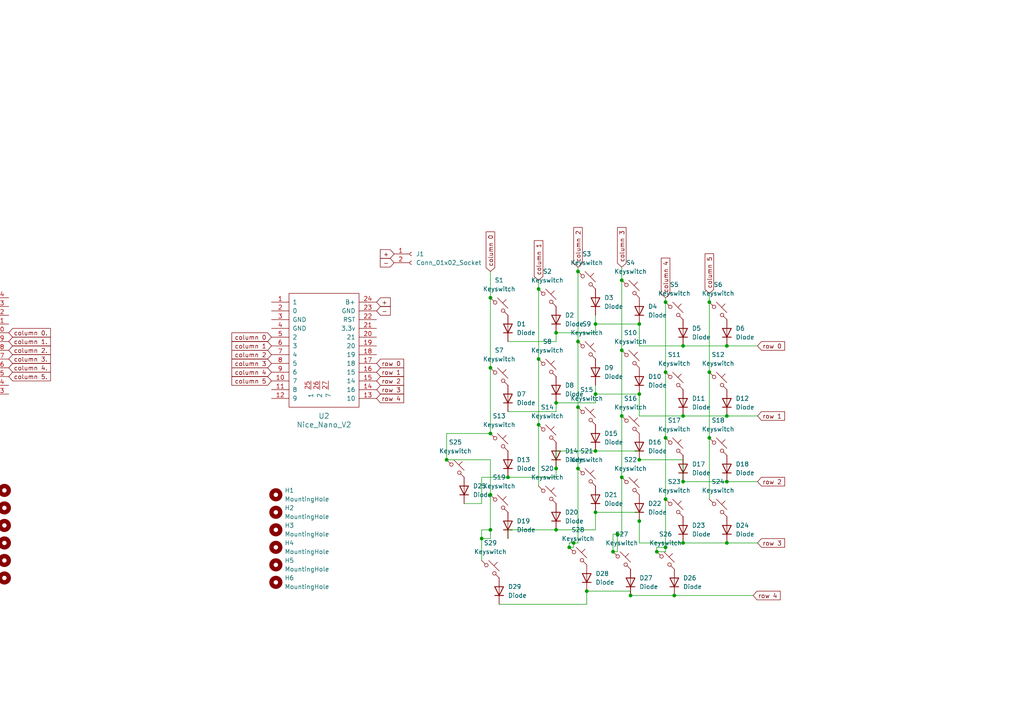
<source format=kicad_sch>
(kicad_sch (version 20250114) (generator "eeschema") (generator_version "9.0")
  (paper "A4")
  (junction (at -111.76 106.68))
  (junction (at 198.12 139.7))
  (junction (at 210.82 139.7))
  (junction (at -66.04 137.16))
  (junction (at -129.54 138.43))
  (junction (at 205.74 127))
  (junction (at -124.46 106.68))
  (junction (at 193.04 87.63))
  (junction (at 198.12 157.48))
  (junction (at 139.7 156.21))
  (junction (at 142.24 143.51))
  (junction (at -60.96 152.4))
  (junction (at 205.74 87.63))
  (junction (at -116.84 119.38))
  (junction (at 185.42 93.98))
  (junction (at 167.64 99.06))
  (junction (at 161.29 96.52))
  (junction (at 179.07 154.94))
  (junction (at 180.34 120.65))
  (junction (at 156.21 83.82))
  (junction (at 142.24 153.67))
  (junction (at -97.79 153.67))
  (junction (at 185.42 151.13))
  (junction (at 161.29 153.67))
  (junction (at -86.36 97.79))
  (junction (at 170.18 171.45))
  (junction (at -48.26 132.08))
  (junction (at 161.29 116.84))
  (junction (at 161.29 135.89))
  (junction (at -85.09 156.21))
  (junction (at -109.22 158.75))
  (junction (at -104.14 132.08))
  (junction (at 190.5 160.02))
  (junction (at 198.12 120.65))
  (junction (at -129.54 99.06))
  (junction (at -91.44 129.54))
  (junction (at -80.01 134.62))
  (junction (at -114.3 171.45))
  (junction (at -91.44 113.03))
  (junction (at 142.24 106.68))
  (junction (at 185.42 133.35))
  (junction (at -99.06 80.01))
  (junction (at 210.82 100.33))
  (junction (at 210.82 157.48))
  (junction (at 147.32 138.43))
  (junction (at 142.24 86.36))
  (junction (at -60.96 85.09))
  (junction (at -86.36 134.62))
  (junction (at 193.04 144.78))
  (junction (at 165.1 158.75))
  (junction (at 180.34 138.43))
  (junction (at -74.93 82.55))
  (junction (at 167.64 118.11))
  (junction (at -111.76 143.51))
  (junction (at 172.72 114.3))
  (junction (at -80.01 152.4))
  (junction (at 193.04 127))
  (junction (at -104.14 113.03))
  (junction (at 210.82 120.65))
  (junction (at 172.72 148.59))
  (junction (at -80.01 95.25))
  (junction (at 156.21 123.19))
  (junction (at 167.64 78.74))
  (junction (at -111.76 157.48))
  (junction (at 193.04 158.75))
  (junction (at 195.58 172.72))
  (junction (at 129.54 133.35))
  (junction (at -116.84 156.21))
  (junction (at -60.96 124.46))
  (junction (at 180.34 81.28))
  (junction (at -99.06 100.33))
  (junction (at -111.76 86.36))
  (junction (at -104.14 149.86))
  (junction (at -99.06 119.38))
  (junction (at 182.88 172.72))
  (junction (at 172.72 130.81))
  (junction (at -104.14 92.71))
  (junction (at -124.46 86.36))
  (junction (at -80.01 115.57))
  (junction (at -129.54 156.21))
  (junction (at 177.8 160.02))
  (junction (at -124.46 125.73))
  (junction (at 156.21 104.14))
  (junction (at -74.93 102.87))
  (junction (at -83.82 157.48))
  (junction (at -116.84 138.43))
  (junction (at 193.04 107.95))
  (junction (at 172.72 93.98))
  (junction (at 198.12 100.33))
  (junction (at -86.36 77.47))
  (junction (at 185.42 114.3))
  (junction (at -58.42 154.94))
  (junction (at -91.44 92.71))
  (junction (at -74.93 121.92))
  (junction (at 167.64 135.89))
  (junction (at 180.34 101.6))
  (junction (at -129.54 119.38))
  (junction (at -91.44 147.32))
  (junction (at -111.76 125.73))
  (junction (at -86.36 116.84))
  (junction (at 142.24 125.73))
  (junction (at -99.06 137.16))
  (junction (at -60.96 105.41))
  (junction (at -116.84 99.06))
  (junction (at 166.37 157.48))
  (junction (at -88.9 170.18))
  (junction (at -101.6 171.45))
  (junction (at -96.52 158.75))
  (junction (at -60.96 142.24))
  (junction (at 205.74 107.95))
  (wire (pts (xy 205.74 107.95) (xy 205.74 127)))
  (wire (pts (xy 172.72 153.67) (xy 161.29 153.67)))
  (wire (pts (xy -80.01 97.79) (xy -80.01 95.25)))
  (wire (pts (xy 198.12 139.7) (xy 210.82 139.7)))
  (wire (pts (xy -74.93 102.87) (xy -74.93 121.92)))
  (wire (pts (xy -124.46 83.82) (xy -124.46 86.36)))
  (wire (pts (xy 190.5 158.75) (xy 190.5 160.02)))
  (wire (pts (xy 142.24 106.68) (xy 142.24 125.73)))
  (wire (pts (xy -111.76 157.48) (xy -111.76 158.75)))
  (wire (pts (xy -58.42 154.94) (xy -58.42 161.29)))
  (wire (pts (xy -124.46 86.36) (xy -124.46 106.68)))
  (wire (pts (xy -104.14 156.21) (xy -104.14 149.86)))
  (wire (pts (xy 180.34 101.6) (xy 180.34 120.65)))
  (wire (pts (xy 193.04 160.02) (xy 190.5 160.02)))
  (wire (pts (xy 167.64 118.11) (xy 167.64 135.89)))
  (wire (pts (xy 179.07 160.02) (xy 177.8 160.02)))
  (wire (pts (xy -91.44 147.32) (xy -91.44 152.4)))
  (wire (pts (xy 161.29 130.81) (xy 172.72 130.81)))
  (wire (pts (xy -104.14 99.06) (xy -116.84 99.06)))
  (wire (pts (xy 205.74 87.63) (xy 205.74 107.95)))
  (wire (pts (xy -86.36 97.79) (xy -86.36 116.84)))
  (wire (pts (xy -97.79 153.67) (xy -96.52 153.67)))
  (wire (pts (xy 180.34 81.28) (xy 180.34 101.6)))
  (wire (pts (xy -91.44 92.71) (xy -104.14 92.71)))
  (wire (pts (xy 142.24 153.67) (xy 139.7 153.67)))
  (wire (pts (xy 167.64 135.89) (xy 167.64 157.48)))
  (wire (pts (xy 142.24 86.36) (xy 142.24 106.68)))
  (wire (pts (xy -74.93 80.01) (xy -74.93 82.55)))
  (wire (pts (xy 193.04 86.36) (xy 193.04 87.63)))
  (wire (pts (xy 172.72 93.98) (xy 185.42 93.98)))
  (wire (pts (xy 167.64 99.06) (xy 167.64 118.11)))
  (wire (pts (xy 129.54 133.35) (xy 142.24 133.35)))
  (wire (pts (xy -80.01 152.4) (xy -66.04 152.4)))
  (wire (pts (xy -74.93 82.55) (xy -74.93 102.87)))
  (wire (pts (xy 167.64 78.74) (xy 167.64 99.06)))
  (wire (pts (xy 161.29 99.06) (xy 161.29 96.52)))
  (wire (pts (xy 180.34 154.94) (xy 179.07 154.94)))
  (wire (pts (xy -74.93 121.92) (xy -74.93 139.7)))
  (wire (pts (xy 147.32 99.06) (xy 161.29 99.06)))
  (wire (pts (xy 172.72 148.59) (xy 172.72 153.67)))
  (wire (pts (xy 172.72 93.98) (xy 172.72 96.52)))
  (wire (pts (xy -116.84 156.21) (xy -104.14 156.21)))
  (wire (pts (xy -138.43 99.06) (xy -129.54 99.06)))
  (wire (pts (xy 185.42 120.65) (xy 185.42 114.3)))
  (wire (pts (xy 185.42 148.59) (xy 172.72 148.59)))
  (wire (pts (xy -66.04 137.16) (xy -58.42 137.16)))
  (wire (pts (xy 210.82 157.48) (xy 219.71 157.48)))
  (wire (pts (xy 161.29 116.84) (xy 161.29 119.38)))
  (wire (pts (xy -116.84 119.38) (xy -129.54 119.38)))
  (wire (pts (xy -91.44 152.4) (xy -80.01 152.4)))
  (wire (pts (xy -60.96 124.46) (xy -48.26 124.46)))
  (wire (pts (xy -104.14 119.38) (xy -104.14 113.03)))
  (wire (pts (xy -111.76 143.51) (xy -111.76 157.48)))
  (wire (pts (xy 161.29 153.67) (xy 147.32 153.67)))
  (wire (pts (xy -48.26 124.46) (xy -48.26 132.08)))
  (wire (pts (xy 129.54 125.73) (xy 129.54 133.35)))
  (wire (pts (xy -111.76 85.09) (xy -111.76 86.36)))
  (wire (pts (xy 147.32 138.43) (xy 161.29 138.43)))
  (wire (pts (xy -80.01 118.11) (xy -66.04 118.11)))
  (wire (pts (xy -86.36 156.21) (xy -85.09 156.21)))
  (wire (pts (xy 185.42 114.3) (xy 172.72 114.3)))
  (wire (pts (xy -85.09 156.21) (xy -83.82 156.21)))
  (wire (pts (xy 139.7 153.67) (xy 139.7 156.21)))
  (wire (pts (xy 147.32 138.43) (xy 139.7 138.43)))
  (wire (pts (xy 142.24 133.35) (xy 142.24 143.51)))
  (wire (pts (xy -138.43 119.38) (xy -129.54 119.38)))
  (wire (pts (xy 177.8 154.94) (xy 177.8 160.02)))
  (wire (pts (xy 193.04 144.78) (xy 193.04 158.75)))
  (wire (pts (xy 170.18 171.45) (xy 182.88 171.45)))
  (wire (pts (xy -91.44 115.57) (xy -80.01 115.57)))
  (wire (pts (xy 165.1 157.48) (xy 165.1 158.75)))
  (wire (pts (xy -99.06 100.33) (xy -99.06 119.38)))
  (wire (pts (xy -88.9 173.99) (xy -88.9 170.18)))
  (wire (pts (xy 198.12 139.7) (xy 198.12 133.35)))
  (wire (pts (xy -111.76 86.36) (xy -111.76 106.68)))
  (wire (pts (xy -129.54 138.43) (xy -138.43 138.43)))
  (wire (pts (xy -66.04 152.4) (xy -66.04 154.94)))
  (wire (pts (xy -116.84 99.06) (xy -129.54 99.06)))
  (wire (pts (xy -60.96 105.41) (xy -60.96 124.46)))
  (wire (pts (xy 210.82 139.7) (xy 219.71 139.7)))
  (wire (pts (xy -86.36 134.62) (xy -86.36 156.21)))
  (wire (pts (xy -104.14 129.54) (xy -104.14 132.08)))
  (wire (pts (xy -96.52 153.67) (xy -96.52 158.75)))
  (wire (pts (xy 185.42 130.81) (xy 185.42 133.35)))
  (wire (pts (xy 180.34 120.65) (xy 180.34 138.43)))
  (wire (pts (xy -60.96 142.24) (xy -60.96 152.4)))
  (wire (pts (xy 166.37 158.75) (xy 165.1 158.75)))
  (wire (pts (xy -83.82 156.21) (xy -83.82 157.48)))
  (wire (pts (xy 198.12 100.33) (xy 210.82 100.33)))
  (wire (pts (xy -124.46 125.73) (xy -124.46 143.51)))
  (wire (pts (xy 139.7 138.43) (xy 139.7 146.05)))
  (wire (pts (xy -91.44 129.54) (xy -104.14 129.54)))
  (wire (pts (xy 147.32 153.67) (xy 147.32 156.21)))
  (wire (pts (xy -104.14 149.86) (xy -104.14 147.32)))
  (wire (pts (xy 172.72 111.76) (xy 172.72 114.3)))
  (wire (pts (xy -80.01 129.54) (xy -80.01 134.62)))
  (wire (pts (xy -104.14 147.32) (xy -91.44 147.32)))
  (wire (pts (xy -80.01 95.25) (xy -91.44 95.25)))
  (wire (pts (xy -99.06 76.2) (xy -99.06 80.01)))
  (wire (pts (xy -111.76 106.68) (xy -111.76 125.73)))
  (wire (pts (xy -104.14 113.03) (xy -91.44 113.03)))
  (wire (pts (xy -80.01 134.62) (xy -80.01 137.16)))
  (wire (pts (xy 161.29 96.52) (xy 172.72 96.52)))
  (wire (pts (xy -58.42 152.4) (xy -58.42 154.94)))
  (wire (pts (xy -101.6 171.45) (xy -114.3 171.45)))
  (wire (pts (xy 139.7 156.21) (xy 139.7 162.56)))
  (wire (pts (xy 195.58 172.72) (xy 218.44 172.72)))
  (wire (pts (xy -111.76 158.75) (xy -109.22 158.75)))
  (wire (pts (xy 156.21 81.28) (xy 156.21 83.82)))
  (wire (pts (xy -99.06 119.38) (xy -99.06 137.16)))
  (wire (pts (xy 185.42 100.33) (xy 198.12 100.33)))
  (wire (pts (xy 198.12 133.35) (xy 185.42 133.35)))
  (wire (pts (xy -111.76 157.48) (xy -109.22 157.48)))
  (wire (pts (xy -58.42 154.94) (xy -60.96 154.94)))
  (wire (pts (xy 166.37 157.48) (xy 166.37 158.75)))
  (wire (pts (xy 139.7 156.21) (xy 142.24 156.21)))
  (wire (pts (xy 198.12 157.48) (xy 185.42 157.48)))
  (wire (pts (xy 142.24 156.21) (xy 142.24 153.67)))
  (wire (pts (xy -116.84 119.38) (xy -104.14 119.38)))
  (wire (pts (xy -86.36 116.84) (xy -86.36 134.62)))
  (wire (pts (xy 172.72 130.81) (xy 185.42 130.81)))
  (wire (pts (xy -99.06 137.16) (xy -99.06 153.67)))
  (wire (pts (xy -124.46 106.68) (xy -124.46 125.73)))
  (wire (pts (xy -91.44 90.17) (xy -91.44 92.71)))
  (wire (pts (xy 161.29 135.89) (xy 161.29 138.43)))
  (wire (pts (xy -114.3 171.45) (xy -137.16 171.45)))
  (wire (pts (xy 142.24 143.51) (xy 142.24 153.67)))
  (wire (pts (xy -58.42 144.78) (xy -53.34 144.78)))
  (wire (pts (xy 193.04 158.75) (xy 190.5 158.75)))
  (wire (pts (xy 156.21 123.19) (xy 156.21 140.97)))
  (wire (pts (xy 182.88 171.45) (xy 182.88 172.72)))
  (wire (pts (xy 139.7 146.05) (xy 134.62 146.05)))
  (wire (pts (xy -116.84 138.43) (xy -116.84 132.08)))
  (wire (pts (xy -80.01 129.54) (xy -91.44 129.54)))
  (wire (pts (xy 170.18 175.26) (xy 170.18 171.45)))
  (wire (pts (xy 185.42 93.98) (xy 185.42 100.33)))
  (wire (pts (xy 172.72 91.44) (xy 172.72 93.98)))
  (wire (pts (xy 167.64 157.48) (xy 166.37 157.48)))
  (wire (pts (xy -91.44 92.71) (xy -91.44 95.25)))
  (wire (pts (xy -129.54 156.21) (xy -138.43 156.21)))
  (wire (pts (xy 156.21 83.82) (xy 156.21 104.14)))
  (wire (pts (xy -60.96 132.08) (xy -60.96 142.24)))
  (wire (pts (xy 172.72 116.84) (xy 161.29 116.84)))
  (wire (pts (xy -85.09 157.48) (xy -83.82 157.48)))
  (wire (pts (xy 198.12 157.48) (xy 210.82 157.48)))
  (wire (pts (xy 193.04 127) (xy 193.04 144.78)))
  (wire (pts (xy 198.12 120.65) (xy 210.82 120.65)))
  (wire (pts (xy -111.76 125.73) (xy -111.76 143.51)))
  (wire (pts (xy -91.44 113.03) (xy -91.44 115.57)))
  (wire (pts (xy 161.29 119.38) (xy 147.32 119.38)))
  (wire (pts (xy -66.04 97.79) (xy -80.01 97.79)))
  (wire (pts (xy 156.21 104.14) (xy 156.21 123.19)))
  (wire (pts (xy 205.74 85.09) (xy 205.74 87.63)))
  (wire (pts (xy -63.5 173.99) (xy -88.9 173.99)))
  (wire (pts (xy 185.42 151.13) (xy 185.42 148.59)))
  (wire (pts (xy -116.84 132.08) (xy -104.14 132.08)))
  (wire (pts (xy 182.88 172.72) (xy 195.58 172.72)))
  (wire (pts (xy -60.96 154.94) (xy -60.96 152.4)))
  (wire (pts (xy -116.84 156.21) (xy -129.54 156.21)))
  (wire (pts (xy 180.34 77.47) (xy 180.34 81.28)))
  (wire (pts (xy -88.9 170.18) (xy -101.6 170.18)))
  (wire (pts (xy -101.6 170.18) (xy -101.6 171.45)))
  (wire (pts (xy 166.37 157.48) (xy 165.1 157.48)))
  (wire (pts (xy -85.09 156.21) (xy -85.09 157.48)))
  (wire (pts (xy -86.36 76.2) (xy -86.36 77.47)))
  (wire (pts (xy -58.42 137.16) (xy -58.42 144.78)))
  (wire (pts (xy 167.64 77.47) (xy 167.64 78.74)))
  (wire (pts (xy -97.79 153.67) (xy -97.79 158.75)))
  (wire (pts (xy 193.04 158.75) (xy 193.04 160.02)))
  (wire (pts (xy 180.34 138.43) (xy 180.34 154.94)))
  (wire (pts (xy 172.72 114.3) (xy 172.72 116.84)))
  (wire (pts (xy 142.24 78.74) (xy 142.24 86.36)))
  (wire (pts (xy -99.06 80.01) (xy -99.06 100.33)))
  (wire (pts (xy -48.26 132.08) (xy -60.96 132.08)))
  (wire (pts (xy 193.04 107.95) (xy 193.04 127)))
  (wire (pts (xy -91.44 110.49) (xy -91.44 113.03)))
  (wire (pts (xy -97.79 158.75) (xy -96.52 158.75)))
  (wire (pts (xy 219.71 100.33) (xy 210.82 100.33)))
  (wire (pts (xy 193.04 87.63) (xy 193.04 107.95)))
  (wire (pts (xy 185.42 157.48) (xy 185.42 151.13)))
  (wire (pts (xy 142.24 125.73) (xy 129.54 125.73)))
  (wire (pts (xy -99.06 153.67) (xy -97.79 153.67)))
  (wire (pts (xy -86.36 77.47) (xy -86.36 97.79)))
  (wire (pts (xy 179.07 154.94) (xy 177.8 154.94)))
  (wire (pts (xy 144.78 175.26) (xy 170.18 175.26)))
  (wire (pts (xy 161.29 130.81) (xy 161.29 135.89)))
  (wire (pts (xy 198.12 120.65) (xy 185.42 120.65)))
  (wire (pts (xy -109.22 157.48) (xy -109.22 158.75)))
  (wire (pts (xy 219.71 120.65) (xy 210.82 120.65)))
  (wire (pts (xy 205.74 127) (xy 205.74 144.78)))
  (wire (pts (xy -104.14 92.71) (xy -104.14 99.06)))
  (wire (pts (xy -60.96 85.09) (xy -60.96 105.41)))
  (wire (pts (xy 179.07 154.94) (xy 179.07 160.02)))
  (wire (pts (xy -80.01 115.57) (xy -80.01 118.11)))
  (wire (pts (xy -60.96 152.4) (xy -58.42 152.4)))
  (wire (pts (xy -60.96 77.47) (xy -60.96 85.09)))
  (wire (pts (xy -116.84 138.43) (xy -129.54 138.43)))
  (wire (pts (xy -66.04 137.16) (xy -80.01 137.16)))
  (global_label "column 0." (shape input) (at 2.54 96.52 0) (property "Intersheetrefs" "${INTERSHEET_REFS}" (effects (hide yes))))
  (global_label "column 1." (shape input) (at 2.54 99.06 0) (property "Intersheetrefs" "${INTERSHEET_REFS}" (effects (hide yes))))
  (global_label "row 2" (shape input) (at 219.71 139.7 0) (property "Intersheetrefs" "${INTERSHEET_REFS}" (effects (hide yes))))
  (global_label "column 5." (shape input) (at -124.46 83.82 90) (property "Intersheetrefs" "${INTERSHEET_REFS}" (effects (hide yes))))
  (global_label "column 5" (shape input) (at 78.74 110.49 180) (property "Intersheetrefs" "${INTERSHEET_REFS}" (effects (hide yes))))
  (global_label "column 1." (shape input) (at -74.93 80.01 90) (property "Intersheetrefs" "${INTERSHEET_REFS}" (effects (hide yes))))
  (global_label "row 0" (shape input) (at 109.22 105.41 0) (property "Intersheetrefs" "${INTERSHEET_REFS}" (effects (hide yes))))
  (global_label "column 3" (shape input) (at 78.74 105.41 180) (property "Intersheetrefs" "${INTERSHEET_REFS}" (effects (hide yes))))
  (global_label "column 0." (shape input) (at -60.96 77.47 90) (property "Intersheetrefs" "${INTERSHEET_REFS}" (effects (hide yes))))
  (global_label "row 0." (shape input) (at -138.43 99.06 180) (property "Intersheetrefs" "${INTERSHEET_REFS}" (effects (hide yes))))
  (global_label "column 4." (shape input) (at 2.54 106.68 0) (property "Intersheetrefs" "${INTERSHEET_REFS}" (effects (hide yes))))
  (global_label "row 1" (shape input) (at 219.71 120.65 0) (property "Intersheetrefs" "${INTERSHEET_REFS}" (effects (hide yes))))
  (global_label "row 4" (shape input) (at 218.44 172.72 0) (property "Intersheetrefs" "${INTERSHEET_REFS}" (effects (hide yes))))
  (global_label "column 4" (shape input) (at 78.74 107.95 180) (property "Intersheetrefs" "${INTERSHEET_REFS}" (effects (hide yes))))
  (global_label "column 4" (shape input) (at 193.04 86.36 90) (property "Intersheetrefs" "${INTERSHEET_REFS}" (effects (hide yes))))
  (global_label "column 2." (shape input) (at 2.54 101.6 0) (property "Intersheetrefs" "${INTERSHEET_REFS}" (effects (hide yes))))
  (global_label "row 1." (shape input) (at -27.94 106.68 180) (property "Intersheetrefs" "${INTERSHEET_REFS}" (effects (hide yes))))
  (global_label "row 3" (shape input) (at 219.71 157.48 0) (property "Intersheetrefs" "${INTERSHEET_REFS}" (effects (hide yes))))
  (global_label "row 0." (shape input) (at -27.94 104.14 180) (property "Intersheetrefs" "${INTERSHEET_REFS}" (effects (hide yes))))
  (global_label "-." (shape input) (at -33.02 74.93 0) (property "Intersheetrefs" "${INTERSHEET_REFS}" (effects (hide yes))))
  (global_label "column 5." (shape input) (at 2.54 109.22 0) (property "Intersheetrefs" "${INTERSHEET_REFS}" (effects (hide yes))))
  (global_label "row 4." (shape input) (at -27.94 114.3 180) (property "Intersheetrefs" "${INTERSHEET_REFS}" (effects (hide yes))))
  (global_label "column 1" (shape input) (at 78.74 100.33 180) (property "Intersheetrefs" "${INTERSHEET_REFS}" (effects (hide yes))))
  (global_label "-" (shape input) (at 114.3 76.2 180) (property "Intersheetrefs" "${INTERSHEET_REFS}" (effects (hide yes))))
  (global_label "row 3" (shape input) (at 109.22 113.03 0) (property "Intersheetrefs" "${INTERSHEET_REFS}" (effects (hide yes))))
  (global_label "column 5" (shape input) (at 205.74 85.09 90) (property "Intersheetrefs" "${INTERSHEET_REFS}" (effects (hide yes))))
  (global_label "-" (shape input) (at 109.22 90.17 0) (property "Intersheetrefs" "${INTERSHEET_REFS}" (effects (hide yes))))
  (global_label "column 2." (shape input) (at -86.36 76.2 90) (property "Intersheetrefs" "${INTERSHEET_REFS}" (effects (hide yes))))
  (global_label "+" (shape input) (at 114.3 73.66 180) (property "Intersheetrefs" "${INTERSHEET_REFS}" (effects (hide yes))))
  (global_label "column 0" (shape input) (at 142.24 78.74 90) (property "Intersheetrefs" "${INTERSHEET_REFS}" (effects (hide yes))))
  (global_label "-." (shape input) (at -27.94 88.9 180) (property "Intersheetrefs" "${INTERSHEET_REFS}" (effects (hide yes))))
  (global_label "row 3." (shape input) (at -27.94 111.76 180) (property "Intersheetrefs" "${INTERSHEET_REFS}" (effects (hide yes))))
  (global_label "column 1" (shape input) (at 156.21 81.28 90) (property "Intersheetrefs" "${INTERSHEET_REFS}" (effects (hide yes))))
  (global_label "row 0" (shape input) (at 219.71 100.33 0) (property "Intersheetrefs" "${INTERSHEET_REFS}" (effects (hide yes))))
  (global_label "row 1." (shape input) (at -138.43 119.38 180) (property "Intersheetrefs" "${INTERSHEET_REFS}" (effects (hide yes))))
  (global_label "row 1" (shape input) (at 109.22 107.95 0) (property "Intersheetrefs" "${INTERSHEET_REFS}" (effects (hide yes))))
  (global_label "row 3." (shape input) (at -138.43 156.21 180) (property "Intersheetrefs" "${INTERSHEET_REFS}" (effects (hide yes))))
  (global_label "column 4." (shape input) (at -111.76 85.09 90) (property "Intersheetrefs" "${INTERSHEET_REFS}" (effects (hide yes))))
  (global_label "column 3." (shape input) (at 2.54 104.14 0) (property "Intersheetrefs" "${INTERSHEET_REFS}" (effects (hide yes))))
  (global_label "+" (shape input) (at 109.22 87.63 0) (property "Intersheetrefs" "${INTERSHEET_REFS}" (effects (hide yes))))
  (global_label "row 2." (shape input) (at -27.94 109.22 180) (property "Intersheetrefs" "${INTERSHEET_REFS}" (effects (hide yes))))
  (global_label "column 3" (shape input) (at 180.34 77.47 90) (property "Intersheetrefs" "${INTERSHEET_REFS}" (effects (hide yes))))
  (global_label "column 3." (shape input) (at -99.06 76.2 90) (property "Intersheetrefs" "${INTERSHEET_REFS}" (effects (hide yes))))
  (global_label "row 2" (shape input) (at 109.22 110.49 0) (property "Intersheetrefs" "${INTERSHEET_REFS}" (effects (hide yes))))
  (global_label "+." (shape input) (at -27.94 86.36 180) (property "Intersheetrefs" "${INTERSHEET_REFS}" (effects (hide yes))))
  (global_label "column 2" (shape input) (at 78.74 102.87 180) (property "Intersheetrefs" "${INTERSHEET_REFS}" (effects (hide yes))))
  (global_label "row 2." (shape input) (at -138.43 138.43 180) (property "Intersheetrefs" "${INTERSHEET_REFS}" (effects (hide yes))))
  (global_label "row 4" (shape input) (at 109.22 115.57 0) (property "Intersheetrefs" "${INTERSHEET_REFS}" (effects (hide yes))))
  (global_label "column 0" (shape input) (at 78.74 97.79 180) (property "Intersheetrefs" "${INTERSHEET_REFS}" (effects (hide yes))))
  (global_label "row 4." (shape input) (at -137.16 171.45 180) (property "Intersheetrefs" "${INTERSHEET_REFS}" (effects (hide yes))))
  (global_label "+." (shape input) (at -33.02 72.39 0) (property "Intersheetrefs" "${INTERSHEET_REFS}" (effects (hide yes))))
  (global_label "column 2" (shape input) (at 167.64 77.47 90) (property "Intersheetrefs" "${INTERSHEET_REFS}" (effects (hide yes))))
  (symbol (lib_id "Mechanical:MountingHole") (at 80.01 148.59 0) (unit 1) (in_bom no)
    (property "Reference" "H2" (at 82.55 147.3199 0) (effects (justify left)))
    (property "Value" "MountingHole" (at 82.55 149.8599 0) (effects (justify left)))
    (property "Footprint" "MountingHole:MountingHole_2.2mm_M2" (effects (hide yes)))
    (property "Description" "Mounting Hole without connection" (effects (hide yes)))
  )
  (symbol (lib_id "ScottoKeebs:Placeholder_Diode") (at -66.04 151.13 270) (mirror x) (unit 1)
    (property "Reference" "D35" (at -68.58 149.8599 90) (effects (justify right)))
    (property "Value" "Diode" (at -68.58 152.3999 90) (effects (justify right)))
    (property "Footprint" "ScottoKeebs_Components:Diode_DO-35" (effects (hide yes)))
    (property "Description" "1N4148 (DO-35) or 1N4148W (SOD-123)" (effects (hide yes)))
    (property "Sim.Device" "D" (effects (hide yes)))
    (property "Sim.Pins" "1=K 2=A" (effects (hide yes)))
  )
  (symbol (lib_id "ScottoKeebs:Placeholder_Diode") (at 185.42 147.32 90) (unit 1)
    (property "Reference" "D22" (at 187.96 146.0499 90) (effects (justify right)))
    (property "Value" "Diode" (at 187.96 148.5899 90) (effects (justify right)))
    (property "Footprint" "ScottoKeebs_Components:Diode_DO-35" (effects (hide yes)))
    (property "Description" "1N4148 (DO-35) or 1N4148W (SOD-123)" (effects (hide yes)))
    (property "Sim.Device" "D" (effects (hide yes)))
    (property "Sim.Pins" "1=K 2=A" (effects (hide yes)))
  )
  (symbol (lib_id "ScottoKeebs:Placeholder_Diode") (at -129.54 152.4 270) (mirror x) (unit 1)
    (property "Reference" "D58" (at -132.08 151.1299 90) (effects (justify right)))
    (property "Value" "Diode" (at -132.08 153.6699 90) (effects (justify right)))
    (property "Footprint" "ScottoKeebs_Components:Diode_DO-35" (effects (hide yes)))
    (property "Description" "1N4148 (DO-35) or 1N4148W (SOD-123)" (effects (hide yes)))
    (property "Sim.Device" "D" (effects (hide yes)))
    (property "Sim.Pins" "1=K 2=A" (effects (hide yes)))
  )
  (symbol (lib_id "ScottoKeebs:Placeholder_Diode") (at -129.54 134.62 270) (mirror x) (unit 1)
    (property "Reference" "D57" (at -132.08 133.3499 90) (effects (justify right)))
    (property "Value" "Diode" (at -132.08 135.8899 90) (effects (justify right)))
    (property "Footprint" "ScottoKeebs_Components:Diode_DO-35" (effects (hide yes)))
    (property "Description" "1N4148 (DO-35) or 1N4148W (SOD-123)" (effects (hide yes)))
    (property "Sim.Device" "D" (effects (hide yes)))
    (property "Sim.Pins" "1=K 2=A" (effects (hide yes)))
  )
  (symbol (lib_id "ScottoKeebs:Placeholder_Diode") (at -104.14 88.9 270) (mirror x) (unit 1)
    (property "Reference" "D46" (at -106.68 87.6299 90) (effects (justify right)))
    (property "Value" "Diode" (at -106.68 90.1699 90) (effects (justify right)))
    (property "Footprint" "ScottoKeebs_Components:Diode_DO-35" (effects (hide yes)))
    (property "Description" "1N4148 (DO-35) or 1N4148W (SOD-123)" (effects (hide yes)))
    (property "Sim.Device" "D" (effects (hide yes)))
    (property "Sim.Pins" "1=K 2=A" (effects (hide yes)))
  )
  (symbol (lib_id "ScottoKeebs:Placeholder_Diode") (at 210.82 135.89 90) (unit 1)
    (property "Reference" "D18" (at 213.36 134.6199 90) (effects (justify right)))
    (property "Value" "Diode" (at 213.36 137.1599 90) (effects (justify right)))
    (property "Footprint" "ScottoKeebs_Components:Diode_DO-35" (effects (hide yes)))
    (property "Description" "1N4148 (DO-35) or 1N4148W (SOD-123)" (effects (hide yes)))
    (property "Sim.Device" "D" (effects (hide yes)))
    (property "Sim.Pins" "1=K 2=A" (effects (hide yes)))
  )
  (symbol (lib_id "ScottoKeebs:Placeholder_Keyswitch") (at 195.58 147.32 0) (unit 1)
    (property "Reference" "S23" (at 195.58 139.7 0))
    (property "Value" "Keyswitch" (at 195.58 142.24 0))
    (property "Footprint" "ScottoKeebs_MX:MX_PCB_1.00u" (effects (hide yes)))
    (property "Description" "Push button switch, normally open, two pins, 45° tilted" (effects (hide yes)))
  )
  (symbol (lib_id "ScottoKeebs:Placeholder_Keyswitch") (at 182.88 83.82 0) (unit 1)
    (property "Reference" "S4" (at 182.88 76.2 0))
    (property "Value" "Keyswitch" (at 182.88 78.74 0))
    (property "Footprint" "ScottoKeebs_MX:MX_PCB_1.00u" (effects (hide yes)))
    (property "Description" "Push button switch, normally open, two pins, 45° tilted" (effects (hide yes)))
  )
  (symbol (lib_id "ScottoKeebs:Placeholder_Keyswitch") (at 180.34 162.56 0) (unit 1)
    (property "Reference" "S27" (at 180.34 154.94 0))
    (property "Value" "Keyswitch" (at 180.34 157.48 0))
    (property "Footprint" "ScottoKeebs_MX:MX_PCB_1.00u" (effects (hide yes)))
    (property "Description" "Push button switch, normally open, two pins, 45° tilted" (effects (hide yes)))
  )
  (symbol (lib_id "ScottoKeebs:Placeholder_Keyswitch") (at 208.28 90.17 0) (unit 1)
    (property "Reference" "S6" (at 208.28 82.55 0))
    (property "Value" "Keyswitch" (at 208.28 85.09 0))
    (property "Footprint" "ScottoKeebs_MX:MX_PCB_1.00u" (effects (hide yes)))
    (property "Description" "Push button switch, normally open, two pins, 45° tilted" (effects (hide yes)))
  )
  (symbol (lib_id "ScottoKeebs:Placeholder_Keyswitch") (at 182.88 140.97 0) (unit 1)
    (property "Reference" "S22" (at 182.88 133.35 0))
    (property "Value" "Keyswitch" (at 182.88 135.89 0))
    (property "Footprint" "ScottoKeebs_MX:MX_PCB_1.00u" (effects (hide yes)))
    (property "Description" "Push button switch, normally open, two pins, 45° tilted" (effects (hide yes)))
  )
  (symbol (lib_id "ScottoKeebs:Placeholder_Diode") (at -80.01 111.76 270) (mirror x) (unit 1)
    (property "Reference" "D37" (at -82.55 110.4899 90) (effects (justify right)))
    (property "Value" "Diode" (at -82.55 113.0299 90) (effects (justify right)))
    (property "Footprint" "ScottoKeebs_Components:Diode_DO-35" (effects (hide yes)))
    (property "Description" "1N4148 (DO-35) or 1N4148W (SOD-123)" (effects (hide yes)))
    (property "Sim.Device" "D" (effects (hide yes)))
    (property "Sim.Pins" "1=K 2=A" (effects (hide yes)))
  )
  (symbol (lib_id "ScottoKeebs:Placeholder_Keyswitch") (at -86.36 160.02 0) (mirror y) (unit 1)
    (property "Reference" "S40" (at -86.36 152.4 0))
    (property "Value" "Keyswitch" (at -86.36 154.94 0))
    (property "Footprint" "ScottoKeebs_MX:MX_PCB_1.00u" (effects (hide yes)))
    (property "Description" "Push button switch, normally open, two pins, 45° tilted" (effects (hide yes)))
  )
  (symbol (lib_id "ScottoKeebs:Placeholder_Keyswitch") (at -99.06 161.29 0) (mirror y) (unit 1)
    (property "Reference" "S45" (at -99.06 153.67 0))
    (property "Value" "Keyswitch" (at -99.06 156.21 0))
    (property "Footprint" "ScottoKeebs_MX:MX_PCB_1.00u" (effects (hide yes)))
    (property "Description" "Push button switch, normally open, two pins, 45° tilted" (effects (hide yes)))
  )
  (symbol (lib_id "ScottoKeebs:Placeholder_Diode") (at 161.29 113.03 90) (unit 1)
    (property "Reference" "D8" (at 163.83 111.7599 90) (effects (justify right)))
    (property "Value" "Diode" (at 163.83 114.2999 90) (effects (justify right)))
    (property "Footprint" "ScottoKeebs_Components:Diode_DO-35" (effects (hide yes)))
    (property "Description" "1N4148 (DO-35) or 1N4148W (SOD-123)" (effects (hide yes)))
    (property "Sim.Device" "D" (effects (hide yes)))
    (property "Sim.Pins" "1=K 2=A" (effects (hide yes)))
  )
  (symbol (lib_id "ScottoKeebs:Placeholder_Keyswitch") (at 182.88 104.14 0) (unit 1)
    (property "Reference" "S10" (at 182.88 96.52 0))
    (property "Value" "Keyswitch" (at 182.88 99.06 0))
    (property "Footprint" "ScottoKeebs_MX:MX_PCB_1.00u" (effects (hide yes)))
    (property "Description" "Push button switch, normally open, two pins, 45° tilted" (effects (hide yes)))
  )
  (symbol (lib_id "ScottoKeebs:Placeholder_Keyswitch") (at 195.58 129.54 0) (unit 1)
    (property "Reference" "S17" (at 195.58 121.92 0))
    (property "Value" "Keyswitch" (at 195.58 124.46 0))
    (property "Footprint" "ScottoKeebs_MX:MX_PCB_1.00u" (effects (hide yes)))
    (property "Description" "Push button switch, normally open, two pins, 45° tilted" (effects (hide yes)))
  )
  (symbol (lib_id "Connector:Conn_01x02_Socket") (at -38.1 72.39 0) (mirror y) (unit 1)
    (property "Reference" "J2" (at -39.37 72.3899 0) (effects (justify left)))
    (property "Value" "Conn_01x02_Socket" (at -39.37 74.9299 0) (effects (justify left)))
    (property "Footprint" "Connector_JST:JST_XH_B2B-XH-AM_1x02_P2.50mm_Vertical" (effects (hide yes)))
    (property "Description" "Generic connector, single row, 01x02, script generated" (effects (hide yes)))
  )
  (symbol (lib_id "ScottoKeebs:Placeholder_Diode") (at -104.14 146.05 270) (mirror x) (unit 1)
    (property "Reference" "D49" (at -106.68 144.7799 90) (effects (justify right)))
    (property "Value" "Diode" (at -106.68 147.3199 90) (effects (justify right)))
    (property "Footprint" "ScottoKeebs_Components:Diode_DO-35" (effects (hide yes)))
    (property "Description" "1N4148 (DO-35) or 1N4148W (SOD-123)" (effects (hide yes)))
    (property "Sim.Device" "D" (effects (hide yes)))
    (property "Sim.Pins" "1=K 2=A" (effects (hide yes)))
  )
  (symbol (lib_id "ScottoKeebs:Placeholder_Keyswitch") (at -63.5 107.95 0) (mirror y) (unit 1)
    (property "Reference" "S33" (at -63.5 100.33 0))
    (property "Value" "Keyswitch" (at -63.5 102.87 0))
    (property "Footprint" "ScottoKeebs_MX:MX_PCB_1.00u" (effects (hide yes)))
    (property "Description" "Push button switch, normally open, two pins, 45° tilted" (effects (hide yes)))
  )
  (symbol (lib_id "ScottoKeebs:Placeholder_Keyswitch") (at 158.75 86.36 0) (unit 1)
    (property "Reference" "S2" (at 158.75 78.74 0))
    (property "Value" "Keyswitch" (at 158.75 81.28 0))
    (property "Footprint" "ScottoKeebs_MX:MX_PCB_1.00u" (effects (hide yes)))
    (property "Description" "Push button switch, normally open, two pins, 45° tilted" (effects (hide yes)))
  )
  (symbol (lib_id "ScottoKeebs:Placeholder_Diode") (at -91.44 106.68 270) (mirror x) (unit 1)
    (property "Reference" "D42" (at -93.98 105.4099 90) (effects (justify right)))
    (property "Value" "Diode" (at -93.98 107.9499 90) (effects (justify right)))
    (property "Footprint" "ScottoKeebs_Components:Diode_DO-35" (effects (hide yes)))
    (property "Description" "1N4148 (DO-35) or 1N4148W (SOD-123)" (effects (hide yes)))
    (property "Sim.Device" "D" (effects (hide yes)))
    (property "Sim.Pins" "1=K 2=A" (effects (hide yes)))
  )
  (symbol (lib_id "ScottoKeebs:Placeholder_Keyswitch") (at 167.64 161.29 0) (unit 1)
    (property "Reference" "S28" (at 167.64 153.67 0))
    (property "Value" "Keyswitch" (at 167.64 156.21 0))
    (property "Footprint" "ScottoKeebs_MX:MX_PCB_1.00u" (effects (hide yes)))
    (property "Description" "Push button switch, normally open, two pins, 45° tilted" (effects (hide yes)))
  )
  (symbol (lib_id "ScottoKeebs:Placeholder_Keyswitch") (at 195.58 110.49 0) (unit 1)
    (property "Reference" "S11" (at 195.58 102.87 0))
    (property "Value" "Keyswitch" (at 195.58 105.41 0))
    (property "Footprint" "ScottoKeebs_MX:MX_PCB_1.00u" (effects (hide yes)))
    (property "Description" "Push button switch, normally open, two pins, 45° tilted" (effects (hide yes)))
  )
  (symbol (lib_id "ScottoKeebs:Placeholder_Diode") (at -66.04 133.35 270) (mirror x) (unit 1)
    (property "Reference" "D34" (at -68.58 132.0799 90) (effects (justify right)))
    (property "Value" "Diode" (at -68.58 134.6199 90) (effects (justify right)))
    (property "Footprint" "ScottoKeebs_Components:Diode_DO-35" (effects (hide yes)))
    (property "Description" "1N4148 (DO-35) or 1N4148W (SOD-123)" (effects (hide yes)))
    (property "Sim.Device" "D" (effects (hide yes)))
    (property "Sim.Pins" "1=K 2=A" (effects (hide yes)))
  )
  (symbol (lib_id "ScottoKeebs:Placeholder_Diode") (at 210.82 116.84 90) (unit 1)
    (property "Reference" "D12" (at 213.36 115.5699 90) (effects (justify right)))
    (property "Value" "Diode" (at 213.36 118.1099 90) (effects (justify right)))
    (property "Footprint" "ScottoKeebs_Components:Diode_DO-35" (effects (hide yes)))
    (property "Description" "1N4148 (DO-35) or 1N4148W (SOD-123)" (effects (hide yes)))
    (property "Sim.Device" "D" (effects (hide yes)))
    (property "Sim.Pins" "1=K 2=A" (effects (hide yes)))
  )
  (symbol (lib_id "ScottoKeebs:Placeholder_Diode") (at 161.29 149.86 90) (unit 1)
    (property "Reference" "D20" (at 163.83 148.5899 90) (effects (justify right)))
    (property "Value" "Diode" (at 163.83 151.1299 90) (effects (justify right)))
    (property "Footprint" "ScottoKeebs_Components:Diode_DO-35" (effects (hide yes)))
    (property "Description" "1N4148 (DO-35) or 1N4148W (SOD-123)" (effects (hide yes)))
    (property "Sim.Device" "D" (effects (hide yes)))
    (property "Sim.Pins" "1=K 2=A" (effects (hide yes)))
  )
  (symbol (lib_id "ScottoKeebs:Placeholder_Diode") (at 198.12 96.52 90) (unit 1)
    (property "Reference" "D5" (at 200.66 95.2499 90) (effects (justify right)))
    (property "Value" "Diode" (at 200.66 97.7899 90) (effects (justify right)))
    (property "Footprint" "ScottoKeebs_Components:Diode_DO-35" (effects (hide yes)))
    (property "Description" "1N4148 (DO-35) or 1N4148W (SOD-123)" (effects (hide yes)))
    (property "Sim.Device" "D" (effects (hide yes)))
    (property "Sim.Pins" "1=K 2=A" (effects (hide yes)))
  )
  (symbol (lib_id "ScottoKeebs:Placeholder_Diode") (at 161.29 92.71 90) (unit 1)
    (property "Reference" "D2" (at 163.83 91.4399 90) (effects (justify right)))
    (property "Value" "Diode" (at 163.83 93.9799 90) (effects (justify right)))
    (property "Footprint" "ScottoKeebs_Components:Diode_DO-35" (effects (hide yes)))
    (property "Description" "1N4148 (DO-35) or 1N4148W (SOD-123)" (effects (hide yes)))
    (property "Sim.Device" "D" (effects (hide yes)))
    (property "Sim.Pins" "1=K 2=A" (effects (hide yes)))
  )
  (symbol (lib_id "ScottoKeebs:Placeholder_Keyswitch") (at -127 88.9 0) (mirror y) (unit 1)
    (property "Reference" "S55" (at -127 81.28 0))
    (property "Value" "Keyswitch" (at -127 83.82 0))
    (property "Footprint" "ScottoKeebs_MX:MX_PCB_1.00u" (effects (hide yes)))
    (property "Description" "Push button switch, normally open, two pins, 45° tilted" (effects (hide yes)))
  )
  (symbol (lib_id "ScottoKeebs:Placeholder_Diode") (at -66.04 114.3 270) (mirror x) (unit 1)
    (property "Reference" "D33" (at -68.58 113.0299 90) (effects (justify right)))
    (property "Value" "Diode" (at -68.58 115.5699 90) (effects (justify right)))
    (property "Footprint" "ScottoKeebs_Components:Diode_DO-35" (effects (hide yes)))
    (property "Description" "1N4148 (DO-35) or 1N4148W (SOD-123)" (effects (hide yes)))
    (property "Sim.Device" "D" (effects (hide yes)))
    (property "Sim.Pins" "1=K 2=A" (effects (hide yes)))
  )
  (symbol (lib_id "ScottoKeebs:Placeholder_Keyswitch") (at -127 128.27 0) (mirror y) (unit 1)
    (property "Reference" "S57" (at -127 120.65 0))
    (property "Value" "Keyswitch" (at -127 123.19 0))
    (property "Footprint" "ScottoKeebs_MX:MX_PCB_1.00u" (effects (hide yes)))
    (property "Description" "Push button switch, normally open, two pins, 45° tilted" (effects (hide yes)))
  )
  (symbol (lib_id "ScottoKeebs:Placeholder_Keyswitch") (at 195.58 90.17 0) (unit 1)
    (property "Reference" "S5" (at 195.58 82.55 0))
    (property "Value" "Keyswitch" (at 195.58 85.09 0))
    (property "Footprint" "ScottoKeebs_MX:MX_PCB_1.00u" (effects (hide yes)))
    (property "Description" "Push button switch, normally open, two pins, 45° tilted" (effects (hide yes)))
  )
  (symbol (lib_id "ScottoKeebs:Placeholder_Keyswitch") (at -88.9 119.38 0) (mirror y) (unit 1)
    (property "Reference" "S43" (at -88.9 111.76 0))
    (property "Value" "Keyswitch" (at -88.9 114.3 0))
    (property "Footprint" "ScottoKeebs_MX:MX_PCB_1.00u" (effects (hide yes)))
    (property "Description" "Push button switch, normally open, two pins, 45° tilted" (effects (hide yes)))
  )
  (symbol (lib_id "ScottoKeebs:Placeholder_Keyswitch") (at 182.88 123.19 0) (unit 1)
    (property "Reference" "S16" (at 182.88 115.57 0))
    (property "Value" "Keyswitch" (at 182.88 118.11 0))
    (property "Footprint" "ScottoKeebs_MX:MX_PCB_1.00u" (effects (hide yes)))
    (property "Description" "Push button switch, normally open, two pins, 45° tilted" (effects (hide yes)))
  )
  (symbol (lib_id "ScottoKeebs:Placeholder_Keyswitch") (at -63.5 87.63 0) (mirror y) (unit 1)
    (property "Reference" "S32" (at -63.5 80.01 0))
    (property "Value" "Keyswitch" (at -63.5 82.55 0))
    (property "Footprint" "ScottoKeebs_MX:MX_PCB_1.00u" (effects (hide yes)))
    (property "Description" "Push button switch, normally open, two pins, 45° tilted" (effects (hide yes)))
  )
  (symbol (lib_id "ScottoKeebs:Placeholder_Keyswitch") (at -101.6 102.87 0) (mirror y) (unit 1)
    (property "Reference" "S47" (at -101.6 95.25 0))
    (property "Value" "Keyswitch" (at -101.6 97.79 0))
    (property "Footprint" "ScottoKeebs_MX:MX_PCB_1.00u" (effects (hide yes)))
    (property "Description" "Push button switch, normally open, two pins, 45° tilted" (effects (hide yes)))
  )
  (symbol (lib_id "ScottoKeebs:Placeholder_Keyswitch") (at 144.78 109.22 0) (unit 1)
    (property "Reference" "S7" (at 144.78 101.6 0))
    (property "Value" "Keyswitch" (at 144.78 104.14 0))
    (property "Footprint" "ScottoKeebs_MX:MX_PCB_1.00u" (effects (hide yes)))
    (property "Description" "Push button switch, normally open, two pins, 45° tilted" (effects (hide yes)))
  )
  (symbol (lib_id "ScottoKeebs:Placeholder_Diode") (at -104.14 109.22 270) (mirror x) (unit 1)
    (property "Reference" "D47" (at -106.68 107.9499 90) (effects (justify right)))
    (property "Value" "Diode" (at -106.68 110.4899 90) (effects (justify right)))
    (property "Footprint" "ScottoKeebs_Components:Diode_DO-35" (effects (hide yes)))
    (property "Description" "1N4148 (DO-35) or 1N4148W (SOD-123)" (effects (hide yes)))
    (property "Sim.Device" "D" (effects (hide yes)))
    (property "Sim.Pins" "1=K 2=A" (effects (hide yes)))
  )
  (symbol (lib_id "ScottoKeebs:Placeholder_Diode") (at -101.6 167.64 270) (mirror x) (unit 1)
    (property "Reference" "D45" (at -104.14 166.3699 90) (effects (justify right)))
    (property "Value" "Diode" (at -104.14 168.9099 90) (effects (justify right)))
    (property "Footprint" "ScottoKeebs_Components:Diode_DO-35" (effects (hide yes)))
    (property "Description" "1N4148 (DO-35) or 1N4148W (SOD-123)" (effects (hide yes)))
    (property "Sim.Device" "D" (effects (hide yes)))
    (property "Sim.Pins" "1=K 2=A" (effects (hide yes)))
  )
  (symbol (lib_id "ScottoKeebs:Placeholder_Keyswitch") (at 170.18 81.28 0) (unit 1)
    (property "Reference" "S3" (at 170.18 73.66 0))
    (property "Value" "Keyswitch" (at 170.18 76.2 0))
    (property "Footprint" "ScottoKeebs_MX:MX_PCB_1.00u" (effects (hide yes)))
    (property "Description" "Push button switch, normally open, two pins, 45° tilted" (effects (hide yes)))
  )
  (symbol (lib_id "Mechanical:MountingHole") (at 1.27 152.4 0) (mirror y) (unit 1) (in_bom no)
    (property "Reference" "H9" (at -1.27 151.1299 0) (effects (justify left)))
    (property "Value" "MountingHole" (at -1.27 153.6699 0) (effects (justify left)))
    (property "Footprint" "MountingHole:MountingHole_2.2mm_M2" (effects (hide yes)))
    (property "Description" "Mounting Hole without connection" (effects (hide yes)))
  )
  (symbol (lib_id "ScottoKeebs:Placeholder_Diode") (at 185.42 90.17 90) (unit 1)
    (property "Reference" "D4" (at 187.96 88.8999 90) (effects (justify right)))
    (property "Value" "Diode" (at 187.96 91.4399 90) (effects (justify right)))
    (property "Footprint" "ScottoKeebs_Components:Diode_DO-35" (effects (hide yes)))
    (property "Description" "1N4148 (DO-35) or 1N4148W (SOD-123)" (effects (hide yes)))
    (property "Sim.Device" "D" (effects (hide yes)))
    (property "Sim.Pins" "1=K 2=A" (effects (hide yes)))
  )
  (symbol (lib_id "ScottoKeebs:Placeholder_Diode") (at -91.44 143.51 270) (mirror x) (unit 1)
    (property "Reference" "D44" (at -93.98 142.2399 90) (effects (justify right)))
    (property "Value" "Diode" (at -93.98 144.7799 90) (effects (justify right)))
    (property "Footprint" "ScottoKeebs_Components:Diode_DO-35" (effects (hide yes)))
    (property "Description" "1N4148 (DO-35) or 1N4148W (SOD-123)" (effects (hide yes)))
    (property "Sim.Device" "D" (effects (hide yes)))
    (property "Sim.Pins" "1=K 2=A" (effects (hide yes)))
  )
  (symbol (lib_id "ScottoKeebs:Placeholder_Keyswitch") (at -101.6 139.7 0) (mirror y) (unit 1)
    (property "Reference" "S49" (at -101.6 132.08 0))
    (property "Value" "Keyswitch" (at -101.6 134.62 0))
    (property "Footprint" "ScottoKeebs_MX:MX_PCB_1.00u" (effects (hide yes)))
    (property "Description" "Push button switch, normally open, two pins, 45° tilted" (effects (hide yes)))
  )
  (symbol (lib_id "ScottoKeebs:Placeholder_Diode") (at 172.72 127 90) (unit 1)
    (property "Reference" "D15" (at 175.26 125.7299 90) (effects (justify right)))
    (property "Value" "Diode" (at 175.26 128.2699 90) (effects (justify right)))
    (property "Footprint" "ScottoKeebs_Components:Diode_DO-35" (effects (hide yes)))
    (property "Description" "1N4148 (DO-35) or 1N4148W (SOD-123)" (effects (hide yes)))
    (property "Sim.Device" "D" (effects (hide yes)))
    (property "Sim.Pins" "1=K 2=A" (effects (hide yes)))
  )
  (symbol (lib_id "ScottoKeebs:Placeholder_Diode") (at 210.82 153.67 90) (unit 1)
    (property "Reference" "D24" (at 213.36 152.3999 90) (effects (justify right)))
    (property "Value" "Diode" (at 213.36 154.9399 90) (effects (justify right)))
    (property "Footprint" "ScottoKeebs_Components:Diode_DO-35" (effects (hide yes)))
    (property "Description" "1N4148 (DO-35) or 1N4148W (SOD-123)" (effects (hide yes)))
    (property "Sim.Device" "D" (effects (hide yes)))
    (property "Sim.Pins" "1=K 2=A" (effects (hide yes)))
  )
  (symbol (lib_id "ScottoKeebs:Placeholder_Keyswitch") (at 158.75 106.68 0) (unit 1)
    (property "Reference" "S8" (at 158.75 99.06 0))
    (property "Value" "Keyswitch" (at 158.75 101.6 0))
    (property "Footprint" "ScottoKeebs_MX:MX_PCB_1.00u" (effects (hide yes)))
    (property "Description" "Push button switch, normally open, two pins, 45° tilted" (effects (hide yes)))
  )
  (symbol (lib_id "ScottoKeebs:Placeholder_Keyswitch") (at 158.75 125.73 0) (unit 1)
    (property "Reference" "S14" (at 158.75 118.11 0))
    (property "Value" "Keyswitch" (at 158.75 120.65 0))
    (property "Footprint" "ScottoKeebs_MX:MX_PCB_1.00u" (effects (hide yes)))
    (property "Description" "Push button switch, normally open, two pins, 45° tilted" (effects (hide yes)))
  )
  (symbol (lib_id "ScottoKeebs:Placeholder_Diode") (at 147.32 152.4 90) (unit 1)
    (property "Reference" "D19" (at 149.86 151.1299 90) (effects (justify right)))
    (property "Value" "Diode" (at 149.86 153.6699 90) (effects (justify right)))
    (property "Footprint" "ScottoKeebs_Components:Diode_DO-35" (effects (hide yes)))
    (property "Description" "1N4148 (DO-35) or 1N4148W (SOD-123)" (effects (hide yes)))
    (property "Sim.Device" "D" (effects (hide yes)))
    (property "Sim.Pins" "1=K 2=A" (effects (hide yes)))
  )
  (symbol (lib_id "ScottoKeebs:Placeholder_Diode") (at -88.9 166.37 270) (mirror x) (unit 1)
    (property "Reference" "D40" (at -91.44 165.0999 90) (effects (justify right)))
    (property "Value" "Diode" (at -91.44 167.6399 90) (effects (justify right)))
    (property "Footprint" "ScottoKeebs_Components:Diode_DO-35" (effects (hide yes)))
    (property "Description" "1N4148 (DO-35) or 1N4148W (SOD-123)" (effects (hide yes)))
    (property "Sim.Device" "D" (effects (hide yes)))
    (property "Sim.Pins" "1=K 2=A" (effects (hide yes)))
  )
  (symbol (lib_id "ScottoKeebs:Placeholder_Diode") (at 172.72 144.78 90) (unit 1)
    (property "Reference" "D21" (at 175.26 143.5099 90) (effects (justify right)))
    (property "Value" "Diode" (at 175.26 146.0499 90) (effects (justify right)))
    (property "Footprint" "ScottoKeebs_Components:Diode_DO-35" (effects (hide yes)))
    (property "Description" "1N4148 (DO-35) or 1N4148W (SOD-123)" (effects (hide yes)))
    (property "Sim.Device" "D" (effects (hide yes)))
    (property "Sim.Pins" "1=K 2=A" (effects (hide yes)))
  )
  (symbol (lib_id "ScottoKeebs:Placeholder_Keyswitch") (at -50.8 134.62 0) (mirror y) (unit 1)
    (property "Reference" "S30" (at -50.8 127 0))
    (property "Value" "Keyswitch" (at -50.8 129.54 0))
    (property "Footprint" "ScottoKeebs_MX:MX_PCB_1.00u" (effects (hide yes)))
    (property "Description" "Push button switch, normally open, two pins, 45° tilted" (effects (hide yes)))
  )
  (symbol (lib_id "ScottoKeebs:Placeholder_Keyswitch") (at -77.47 105.41 0) (mirror y) (unit 1)
    (property "Reference" "S37" (at -77.47 97.79 0))
    (property "Value" "Keyswitch" (at -77.47 100.33 0))
    (property "Footprint" "ScottoKeebs_MX:MX_PCB_1.00u" (effects (hide yes)))
    (property "Description" "Push button switch, normally open, two pins, 45° tilted" (effects (hide yes)))
  )
  (symbol (lib_id "ScottoKeebs:Placeholder_Diode") (at 198.12 135.89 90) (unit 1)
    (property "Reference" "D17" (at 200.66 134.6199 90) (effects (justify right)))
    (property "Value" "Diode" (at 200.66 137.1599 90) (effects (justify right)))
    (property "Footprint" "ScottoKeebs_Components:Diode_DO-35" (effects (hide yes)))
    (property "Description" "1N4148 (DO-35) or 1N4148W (SOD-123)" (effects (hide yes)))
    (property "Sim.Device" "D" (effects (hide yes)))
    (property "Sim.Pins" "1=K 2=A" (effects (hide yes)))
  )
  (symbol (lib_id "ScottoKeebs:Placeholder_Keyswitch") (at 208.28 129.54 0) (unit 1)
    (property "Reference" "S18" (at 208.28 121.92 0))
    (property "Value" "Keyswitch" (at 208.28 124.46 0))
    (property "Footprint" "ScottoKeebs_MX:MX_PCB_1.00u" (effects (hide yes)))
    (property "Description" "Push button switch, normally open, two pins, 45° tilted" (effects (hide yes)))
  )
  (symbol (lib_id "ScottoKeebs:Placeholder_Keyswitch") (at -114.3 128.27 0) (mirror y) (unit 1)
    (property "Reference" "S53" (at -114.3 120.65 0))
    (property "Value" "Keyswitch" (at -114.3 123.19 0))
    (property "Footprint" "ScottoKeebs_MX:MX_PCB_1.00u" (effects (hide yes)))
    (property "Description" "Push button switch, normally open, two pins, 45° tilted" (effects (hide yes)))
  )
  (symbol (lib_id "ScottoKeebs:Placeholder_Diode") (at -129.54 95.25 270) (mirror x) (unit 1)
    (property "Reference" "D55" (at -132.08 93.9799 90) (effects (justify right)))
    (property "Value" "Diode" (at -132.08 96.5199 90) (effects (justify right)))
    (property "Footprint" "ScottoKeebs_Components:Diode_DO-35" (effects (hide yes)))
    (property "Description" "1N4148 (DO-35) or 1N4148W (SOD-123)" (effects (hide yes)))
    (property "Sim.Device" "D" (effects (hide yes)))
    (property "Sim.Pins" "1=K 2=A" (effects (hide yes)))
  )
  (symbol (lib_id "Mechanical:MountingHole") (at 80.01 143.51 0) (unit 1) (in_bom no)
    (property "Reference" "H1" (at 82.55 142.2399 0) (effects (justify left)))
    (property "Value" "MountingHole" (at 82.55 144.7799 0) (effects (justify left)))
    (property "Footprint" "MountingHole:MountingHole_2.2mm_M2" (effects (hide yes)))
    (property "Description" "Mounting Hole without connection" (effects (hide yes)))
  )
  (symbol (lib_id "ScottoKeebs:Placeholder_Diode") (at 170.18 167.64 90) (unit 1)
    (property "Reference" "D28" (at 172.72 166.3699 90) (effects (justify right)))
    (property "Value" "Diode" (at 172.72 168.9099 90) (effects (justify right)))
    (property "Footprint" "ScottoKeebs_Components:Diode_DO-35" (effects (hide yes)))
    (property "Description" "1N4148 (DO-35) or 1N4148W (SOD-123)" (effects (hide yes)))
    (property "Sim.Device" "D" (effects (hide yes)))
    (property "Sim.Pins" "1=K 2=A" (effects (hide yes)))
  )
  (symbol (lib_id "ScottoKeebs:Placeholder_Keyswitch") (at 170.18 120.65 0) (unit 1)
    (property "Reference" "S15" (at 170.18 113.03 0))
    (property "Value" "Keyswitch" (at 170.18 115.57 0))
    (property "Footprint" "ScottoKeebs_MX:MX_PCB_1.00u" (effects (hide yes)))
    (property "Description" "Push button switch, normally open, two pins, 45° tilted" (effects (hide yes)))
  )
  (symbol (lib_id "ScottoKeebs:Placeholder_Keyswitch") (at 132.08 135.89 0) (unit 1)
    (property "Reference" "S25" (at 132.08 128.27 0))
    (property "Value" "Keyswitch" (at 132.08 130.81 0))
    (property "Footprint" "ScottoKeebs_MX:MX_PCB_1.00u" (effects (hide yes)))
    (property "Description" "Push button switch, normally open, two pins, 45° tilted" (effects (hide yes)))
  )
  (symbol (lib_id "ScottoKeebs:Placeholder_Diode") (at 185.42 110.49 90) (unit 1)
    (property "Reference" "D10" (at 187.96 109.2199 90) (effects (justify right)))
    (property "Value" "Diode" (at 187.96 111.7599 90) (effects (justify right)))
    (property "Footprint" "ScottoKeebs_Components:Diode_DO-35" (effects (hide yes)))
    (property "Description" "1N4148 (DO-35) or 1N4148W (SOD-123)" (effects (hide yes)))
    (property "Sim.Device" "D" (effects (hide yes)))
    (property "Sim.Pins" "1=K 2=A" (effects (hide yes)))
  )
  (symbol (lib_id "ScottoKeebs:Placeholder_Diode") (at -80.01 91.44 270) (mirror x) (unit 1)
    (property "Reference" "D36" (at -82.55 90.1699 90) (effects (justify right)))
    (property "Value" "Diode" (at -82.55 92.7099 90) (effects (justify right)))
    (property "Footprint" "ScottoKeebs_Components:Diode_DO-35" (effects (hide yes)))
    (property "Description" "1N4148 (DO-35) or 1N4148W (SOD-123)" (effects (hide yes)))
    (property "Sim.Device" "D" (effects (hide yes)))
    (property "Sim.Pins" "1=K 2=A" (effects (hide yes)))
  )
  (symbol (lib_id "Mechanical:MountingHole") (at 1.27 142.24 0) (mirror y) (unit 1) (in_bom no)
    (property "Reference" "H7" (at -1.27 140.9699 0) (effects (justify left)))
    (property "Value" "MountingHole" (at -1.27 143.5099 0) (effects (justify left)))
    (property "Footprint" "MountingHole:MountingHole_2.2mm_M2" (effects (hide yes)))
    (property "Description" "Mounting Hole without connection" (effects (hide yes)))
  )
  (symbol (lib_id "ScottoKeebs:Placeholder_Diode") (at 161.29 132.08 90) (unit 1)
    (property "Reference" "D14" (at 163.83 130.8099 90) (effects (justify right)))
    (property "Value" "Diode" (at 163.83 133.3499 90) (effects (justify right)))
    (property "Footprint" "ScottoKeebs_Components:Diode_DO-35" (effects (hide yes)))
    (property "Description" "1N4148 (DO-35) or 1N4148W (SOD-123)" (effects (hide yes)))
    (property "Sim.Device" "D" (effects (hide yes)))
    (property "Sim.Pins" "1=K 2=A" (effects (hide yes)))
  )
  (symbol (lib_id "Mechanical:MountingHole") (at 1.27 167.64 0) (mirror y) (unit 1) (in_bom no)
    (property "Reference" "H12" (at -1.27 166.3699 0) (effects (justify left)))
    (property "Value" "MountingHole" (at -1.27 168.9099 0) (effects (justify left)))
    (property "Footprint" "MountingHole:MountingHole_2.2mm_M2" (effects (hide yes)))
    (property "Description" "Mounting Hole without connection" (effects (hide yes)))
  )
  (symbol (lib_id "ScottoKeebs:Placeholder_Keyswitch") (at 144.78 128.27 0) (unit 1)
    (property "Reference" "S13" (at 144.78 120.65 0))
    (property "Value" "Keyswitch" (at 144.78 123.19 0))
    (property "Footprint" "ScottoKeebs_MX:MX_PCB_1.00u" (effects (hide yes)))
    (property "Description" "Push button switch, normally open, two pins, 45° tilted" (effects (hide yes)))
  )
  (symbol (lib_id "ScottoKeebs:Placeholder_Diode") (at -80.01 148.59 270) (mirror x) (unit 1)
    (property "Reference" "D39" (at -82.55 147.3199 90) (effects (justify right)))
    (property "Value" "Diode" (at -82.55 149.8599 90) (effects (justify right)))
    (property "Footprint" "ScottoKeebs_Components:Diode_DO-35" (effects (hide yes)))
    (property "Description" "1N4148 (DO-35) or 1N4148W (SOD-123)" (effects (hide yes)))
    (property "Sim.Device" "D" (effects (hide yes)))
    (property "Sim.Pins" "1=K 2=A" (effects (hide yes)))
  )
  (symbol (lib_id "ScottoKeebs:Placeholder_Keyswitch") (at 170.18 138.43 0) (unit 1)
    (property "Reference" "S21" (at 170.18 130.81 0))
    (property "Value" "Keyswitch" (at 170.18 133.35 0))
    (property "Footprint" "ScottoKeebs_MX:MX_PCB_1.00u" (effects (hide yes)))
    (property "Description" "Push button switch, normally open, two pins, 45° tilted" (effects (hide yes)))
  )
  (symbol (lib_id "ScottoKeebs:Placeholder_Diode") (at 147.32 95.25 90) (unit 1)
    (property "Reference" "D1" (at 149.86 93.9799 90) (effects (justify right)))
    (property "Value" "Diode" (at 149.86 96.5199 90) (effects (justify right)))
    (property "Footprint" "ScottoKeebs_Components:Diode_DO-35" (effects (hide yes)))
    (property "Description" "1N4148 (DO-35) or 1N4148W (SOD-123)" (effects (hide yes)))
    (property "Sim.Device" "D" (effects (hide yes)))
    (property "Sim.Pins" "1=K 2=A" (effects (hide yes)))
  )
  (symbol (lib_id "Mechanical:MountingHole") (at 80.01 163.83 0) (unit 1) (in_bom no)
    (property "Reference" "H5" (at 82.55 162.5599 0) (effects (justify left)))
    (property "Value" "MountingHole" (at 82.55 165.0999 0) (effects (justify left)))
    (property "Footprint" "MountingHole:MountingHole_2.2mm_M2" (effects (hide yes)))
    (property "Description" "Mounting Hole without connection" (effects (hide yes)))
  )
  (symbol (lib_id "ScottoKeebs:Placeholder_Keyswitch") (at 158.75 143.51 0) (unit 1)
    (property "Reference" "S20" (at 158.75 135.89 0))
    (property "Value" "Keyswitch" (at 158.75 138.43 0))
    (property "Footprint" "ScottoKeebs_MX:MX_PCB_1.00u" (effects (hide yes)))
    (property "Description" "Push button switch, normally open, two pins, 45° tilted" (effects (hide yes)))
  )
  (symbol (lib_id "ScottoKeebs:Placeholder_Keyswitch") (at -111.76 161.29 0) (mirror y) (unit 1)
    (property "Reference" "S50" (at -111.76 153.67 0))
    (property "Value" "Keyswitch" (at -111.76 156.21 0))
    (property "Footprint" "ScottoKeebs_MX:MX_PCB_1.00u" (effects (hide yes)))
    (property "Description" "Push button switch, normally open, two pins, 45° tilted" (effects (hide yes)))
  )
  (symbol (lib_id "Mechanical:MountingHole") (at 1.27 157.48 0) (mirror y) (unit 1) (in_bom no)
    (property "Reference" "H10" (at -1.27 156.2099 0) (effects (justify left)))
    (property "Value" "MountingHole" (at -1.27 158.7499 0) (effects (justify left)))
    (property "Footprint" "MountingHole:MountingHole_2.2mm_M2" (effects (hide yes)))
    (property "Description" "Mounting Hole without connection" (effects (hide yes)))
  )
  (symbol (lib_id "ScottoKeebs:Placeholder_Diode") (at 172.72 107.95 90) (unit 1)
    (property "Reference" "D9" (at 175.26 106.6799 90) (effects (justify right)))
    (property "Value" "Diode" (at 175.26 109.2199 90) (effects (justify right)))
    (property "Footprint" "ScottoKeebs_Components:Diode_DO-35" (effects (hide yes)))
    (property "Description" "1N4148 (DO-35) or 1N4148W (SOD-123)" (effects (hide yes)))
    (property "Sim.Device" "D" (effects (hide yes)))
    (property "Sim.Pins" "1=K 2=A" (effects (hide yes)))
  )
  (symbol (lib_id "ScottoKeebs:Placeholder_Diode") (at -116.84 95.25 270) (mirror x) (unit 1)
    (property "Reference" "D51" (at -119.38 93.9799 90) (effects (justify right)))
    (property "Value" "Diode" (at -119.38 96.5199 90) (effects (justify right)))
    (property "Footprint" "ScottoKeebs_Components:Diode_DO-35" (effects (hide yes)))
    (property "Description" "1N4148 (DO-35) or 1N4148W (SOD-123)" (effects (hide yes)))
    (property "Sim.Device" "D" (effects (hide yes)))
    (property "Sim.Pins" "1=K 2=A" (effects (hide yes)))
  )
  (symbol (lib_id "ScottoKeebs:Placeholder_Keyswitch") (at -63.5 144.78 0) (mirror y) (unit 1)
    (property "Reference" "S35" (at -63.5 137.16 0))
    (property "Value" "Keyswitch" (at -63.5 139.7 0))
    (property "Footprint" "ScottoKeebs_MX:MX_PCB_1.00u" (effects (hide yes)))
    (property "Description" "Push button switch, normally open, two pins, 45° tilted" (effects (hide yes)))
  )
  (symbol (lib_id "ScottoKeebs:Placeholder_Diode") (at 147.32 115.57 90) (unit 1)
    (property "Reference" "D7" (at 149.86 114.2999 90) (effects (justify right)))
    (property "Value" "Diode" (at 149.86 116.8399 90) (effects (justify right)))
    (property "Footprint" "ScottoKeebs_Components:Diode_DO-35" (effects (hide yes)))
    (property "Description" "1N4148 (DO-35) or 1N4148W (SOD-123)" (effects (hide yes)))
    (property "Sim.Device" "D" (effects (hide yes)))
    (property "Sim.Pins" "1=K 2=A" (effects (hide yes)))
  )
  (symbol (lib_id "Mechanical:MountingHole") (at 80.01 158.75 0) (unit 1) (in_bom no)
    (property "Reference" "H4" (at 82.55 157.4799 0) (effects (justify left)))
    (property "Value" "MountingHole" (at 82.55 160.0199 0) (effects (justify left)))
    (property "Footprint" "MountingHole:MountingHole_2.2mm_M2" (effects (hide yes)))
    (property "Description" "Mounting Hole without connection" (effects (hide yes)))
  )
  (symbol (lib_id "ScottoKeebs:Placeholder_Keyswitch") (at -101.6 121.92 0) (mirror y) (unit 1)
    (property "Reference" "S48" (at -101.6 114.3 0))
    (property "Value" "Keyswitch" (at -101.6 116.84 0))
    (property "Footprint" "ScottoKeebs_MX:MX_PCB_1.00u" (effects (hide yes)))
    (property "Description" "Push button switch, normally open, two pins, 45° tilted" (effects (hide yes)))
  )
  (symbol (lib_id "ScottoKeebs:Placeholder_Diode") (at -129.54 115.57 270) (mirror x) (unit 1)
    (property "Reference" "D56" (at -132.08 114.2999 90) (effects (justify right)))
    (property "Value" "Diode" (at -132.08 116.8399 90) (effects (justify right)))
    (property "Footprint" "ScottoKeebs_Components:Diode_DO-35" (effects (hide yes)))
    (property "Description" "1N4148 (DO-35) or 1N4148W (SOD-123)" (effects (hide yes)))
    (property "Sim.Device" "D" (effects (hide yes)))
    (property "Sim.Pins" "1=K 2=A" (effects (hide yes)))
  )
  (symbol (lib_id "ScottoKeebs:Placeholder_Keyswitch") (at -63.5 127 0) (mirror y) (unit 1)
    (property "Reference" "S34" (at -63.5 119.38 0))
    (property "Value" "Keyswitch" (at -63.5 121.92 0))
    (property "Footprint" "ScottoKeebs_MX:MX_PCB_1.00u" (effects (hide yes)))
    (property "Description" "Push button switch, normally open, two pins, 45° tilted" (effects (hide yes)))
  )
  (symbol (lib_id "ScottoKeebs:Placeholder_Keyswitch") (at -77.47 124.46 0) (mirror y) (unit 1)
    (property "Reference" "S38" (at -77.47 116.84 0))
    (property "Value" "Keyswitch" (at -77.47 119.38 0))
    (property "Footprint" "ScottoKeebs_MX:MX_PCB_1.00u" (effects (hide yes)))
    (property "Description" "Push button switch, normally open, two pins, 45° tilted" (effects (hide yes)))
  )
  (symbol (lib_id "ScottoKeebs:Placeholder_Diode") (at -80.01 130.81 270) (mirror x) (unit 1)
    (property "Reference" "D38" (at -82.55 129.5399 90) (effects (justify right)))
    (property "Value" "Diode" (at -82.55 132.0799 90) (effects (justify right)))
    (property "Footprint" "ScottoKeebs_Components:Diode_DO-35" (effects (hide yes)))
    (property "Description" "1N4148 (DO-35) or 1N4148W (SOD-123)" (effects (hide yes)))
    (property "Sim.Device" "D" (effects (hide yes)))
    (property "Sim.Pins" "1=K 2=A" (effects (hide yes)))
  )
  (symbol (lib_id "ScottoKeebs:Placeholder_Diode") (at 195.58 168.91 90) (unit 1)
    (property "Reference" "D26" (at 198.12 167.6399 90) (effects (justify right)))
    (property "Value" "Diode" (at 198.12 170.1799 90) (effects (justify right)))
    (property "Footprint" "ScottoKeebs_Components:Diode_DO-35" (effects (hide yes)))
    (property "Description" "1N4148 (DO-35) or 1N4148W (SOD-123)" (effects (hide yes)))
    (property "Sim.Device" "D" (effects (hide yes)))
    (property "Sim.Pins" "1=K 2=A" (effects (hide yes)))
  )
  (symbol (lib_id "ScottoKeebs:Placeholder_Keyswitch") (at -77.47 142.24 0) (mirror y) (unit 1)
    (property "Reference" "S39" (at -77.47 134.62 0))
    (property "Value" "Keyswitch" (at -77.47 137.16 0))
    (property "Footprint" "ScottoKeebs_MX:MX_PCB_1.00u" (effects (hide yes)))
    (property "Description" "Push button switch, normally open, two pins, 45° tilted" (effects (hide yes)))
  )
  (symbol (lib_id "ScottoKeebs:Placeholder_Diode") (at -116.84 134.62 270) (mirror x) (unit 1)
    (property "Reference" "D53" (at -119.38 133.3499 90) (effects (justify right)))
    (property "Value" "Diode" (at -119.38 135.8899 90) (effects (justify right)))
    (property "Footprint" "ScottoKeebs_Components:Diode_DO-35" (effects (hide yes)))
    (property "Description" "1N4148 (DO-35) or 1N4148W (SOD-123)" (effects (hide yes)))
    (property "Sim.Device" "D" (effects (hide yes)))
    (property "Sim.Pins" "1=K 2=A" (effects (hide yes)))
  )
  (symbol (lib_id "ScottoKeebs:Placeholder_Keyswitch") (at -88.9 80.01 0) (mirror y) (unit 1)
    (property "Reference" "S41" (at -88.9 72.39 0))
    (property "Value" "Keyswitch" (at -88.9 74.93 0))
    (property "Footprint" "ScottoKeebs_MX:MX_PCB_1.00u" (effects (hide yes)))
    (property "Description" "Push button switch, normally open, two pins, 45° tilted" (effects (hide yes)))
  )
  (symbol (lib_id "ScottoKeebs:Placeholder_Keyswitch") (at -114.3 88.9 0) (mirror y) (unit 1)
    (property "Reference" "S51" (at -114.3 81.28 0))
    (property "Value" "Keyswitch" (at -114.3 83.82 0))
    (property "Footprint" "ScottoKeebs_MX:MX_PCB_1.00u" (effects (hide yes)))
    (property "Description" "Push button switch, normally open, two pins, 45° tilted" (effects (hide yes)))
  )
  (symbol (lib_id "ScottoKeebs:Placeholder_Keyswitch") (at -114.3 146.05 0) (mirror y) (unit 1)
    (property "Reference" "S54" (at -114.3 138.43 0))
    (property "Value" "Keyswitch" (at -114.3 140.97 0))
    (property "Footprint" "ScottoKeebs_MX:MX_PCB_1.00u" (effects (hide yes)))
    (property "Description" "Push button switch, normally open, two pins, 45° tilted" (effects (hide yes)))
  )
  (symbol (lib_id "ScottoKeebs:Placeholder_Keyswitch") (at -114.3 109.22 0) (mirror y) (unit 1)
    (property "Reference" "S52" (at -114.3 101.6 0))
    (property "Value" "Keyswitch" (at -114.3 104.14 0))
    (property "Footprint" "ScottoKeebs_MX:MX_PCB_1.00u" (effects (hide yes)))
    (property "Description" "Push button switch, normally open, two pins, 45° tilted" (effects (hide yes)))
  )
  (symbol (lib_id "ScottoKeebs:Placeholder_Diode") (at -116.84 115.57 270) (mirror x) (unit 1)
    (property "Reference" "D52" (at -119.38 114.2999 90) (effects (justify right)))
    (property "Value" "Diode" (at -119.38 116.8399 90) (effects (justify right)))
    (property "Footprint" "ScottoKeebs_Components:Diode_DO-35" (effects (hide yes)))
    (property "Description" "1N4148 (DO-35) or 1N4148W (SOD-123)" (effects (hide yes)))
    (property "Sim.Device" "D" (effects (hide yes)))
    (property "Sim.Pins" "1=K 2=A" (effects (hide yes)))
  )
  (symbol (lib_id "ScottoKeebs:MCU_Nice_Nano_V2") (at 93.98 101.6 0) (unit 1)
    (property "Reference" "U2" (at 93.98 120.65 0) (effects (font (size 1.524 1.524))))
    (property "Value" "Nice_Nano_V2" (at 93.98 123.19 0) (effects (font (size 1.524 1.524))))
    (property "Footprint" "ScottoKeebs_MCU:Nice_Nano_V2_Flipped" (effects (hide yes)))
  )
  (symbol (lib_id "Mechanical:MountingHole") (at 1.27 162.56 0) (mirror y) (unit 1) (in_bom no)
    (property "Reference" "H11" (at -1.27 161.2899 0) (effects (justify left)))
    (property "Value" "MountingHole" (at -1.27 163.8299 0) (effects (justify left)))
    (property "Footprint" "MountingHole:MountingHole_2.2mm_M2" (effects (hide yes)))
    (property "Description" "Mounting Hole without connection" (effects (hide yes)))
  )
  (symbol (lib_id "ScottoKeebs:Placeholder_Diode") (at 210.82 96.52 90) (unit 1)
    (property "Reference" "D6" (at 213.36 95.2499 90) (effects (justify right)))
    (property "Value" "Diode" (at 213.36 97.7899 90) (effects (justify right)))
    (property "Footprint" "ScottoKeebs_Components:Diode_DO-35" (effects (hide yes)))
    (property "Description" "1N4148 (DO-35) or 1N4148W (SOD-123)" (effects (hide yes)))
    (property "Sim.Device" "D" (effects (hide yes)))
    (property "Sim.Pins" "1=K 2=A" (effects (hide yes)))
  )
  (symbol (lib_id "ScottoKeebs:Placeholder_Keyswitch") (at -77.47 85.09 0) (mirror y) (unit 1)
    (property "Reference" "S36" (at -77.47 77.47 0))
    (property "Value" "Keyswitch" (at -77.47 80.01 0))
    (property "Footprint" "ScottoKeebs_MX:MX_PCB_1.00u" (effects (hide yes)))
    (property "Description" "Push button switch, normally open, two pins, 45° tilted" (effects (hide yes)))
  )
  (symbol (lib_id "ScottoKeebs:Placeholder_Keyswitch") (at 170.18 101.6 0) (unit 1)
    (property "Reference" "S9" (at 170.18 93.98 0))
    (property "Value" "Keyswitch" (at 170.18 96.52 0))
    (property "Footprint" "ScottoKeebs_MX:MX_PCB_1.00u" (effects (hide yes)))
    (property "Description" "Push button switch, normally open, two pins, 45° tilted" (effects (hide yes)))
  )
  (symbol (lib_id "ScottoKeebs:Placeholder_Diode") (at 134.62 142.24 90) (unit 1)
    (property "Reference" "D25" (at 137.16 140.9699 90) (effects (justify right)))
    (property "Value" "Diode" (at 137.16 143.5099 90) (effects (justify right)))
    (property "Footprint" "ScottoKeebs_Components:Diode_DO-35" (effects (hide yes)))
    (property "Description" "1N4148 (DO-35) or 1N4148W (SOD-123)" (effects (hide yes)))
    (property "Sim.Device" "D" (effects (hide yes)))
    (property "Sim.Pins" "1=K 2=A" (effects (hide yes)))
  )
  (symbol (lib_id "ScottoKeebs:MCU_Nice_Nano_V2") (at -12.7 100.33 0) (unit 1)
    (property "Reference" "U1" (at -12.7 119.38 0) (effects (font (size 1.524 1.524))))
    (property "Value" "Nice_Nano_V2" (at -12.7 121.92 0) (effects (font (size 1.524 1.524))))
    (property "Footprint" "ScottoKeebs_MCU:Nice_Nano_V2_Flipped" (effects (hide yes)))
  )
  (symbol (lib_id "ScottoKeebs:Placeholder_Diode") (at -114.3 167.64 270) (mirror x) (unit 1)
    (property "Reference" "D50" (at -116.84 166.3699 90) (effects (justify right)))
    (property "Value" "Diode" (at -116.84 168.9099 90) (effects (justify right)))
    (property "Footprint" "ScottoKeebs_Components:Diode_DO-35" (effects (hide yes)))
    (property "Description" "1N4148 (DO-35) or 1N4148W (SOD-123)" (effects (hide yes)))
    (property "Sim.Device" "D" (effects (hide yes)))
    (property "Sim.Pins" "1=K 2=A" (effects (hide yes)))
  )
  (symbol (lib_id "Mechanical:MountingHole") (at 80.01 168.91 0) (unit 1) (in_bom no)
    (property "Reference" "H6" (at 82.55 167.6399 0) (effects (justify left)))
    (property "Value" "MountingHole" (at 82.55 170.1799 0) (effects (justify left)))
    (property "Footprint" "MountingHole:MountingHole_2.2mm_M2" (effects (hide yes)))
    (property "Description" "Mounting Hole without connection" (effects (hide yes)))
  )
  (symbol (lib_id "ScottoKeebs:Placeholder_Keyswitch") (at 144.78 88.9 0) (unit 1)
    (property "Reference" "S1" (at 144.78 81.28 0))
    (property "Value" "Keyswitch" (at 144.78 83.82 0))
    (property "Footprint" "ScottoKeebs_MX:MX_PCB_1.00u" (effects (hide yes)))
    (property "Description" "Push button switch, normally open, two pins, 45° tilted" (effects (hide yes)))
  )
  (symbol (lib_id "ScottoKeebs:Placeholder_Keyswitch") (at -101.6 82.55 0) (mirror y) (unit 1)
    (property "Reference" "S46" (at -101.6 74.93 0))
    (property "Value" "Keyswitch" (at -101.6 77.47 0))
    (property "Footprint" "ScottoKeebs_MX:MX_PCB_1.00u" (effects (hide yes)))
    (property "Description" "Push button switch, normally open, two pins, 45° tilted" (effects (hide yes)))
  )
  (symbol (lib_id "ScottoKeebs:Placeholder_Diode") (at -116.84 152.4 270) (mirror x) (unit 1)
    (property "Reference" "D54" (at -119.38 151.1299 90) (effects (justify right)))
    (property "Value" "Diode" (at -119.38 153.6699 90) (effects (justify right)))
    (property "Footprint" "ScottoKeebs_Components:Diode_DO-35" (effects (hide yes)))
    (property "Description" "1N4148 (DO-35) or 1N4148W (SOD-123)" (effects (hide yes)))
    (property "Sim.Device" "D" (effects (hide yes)))
    (property "Sim.Pins" "1=K 2=A" (effects (hide yes)))
  )
  (symbol (lib_id "ScottoKeebs:Placeholder_Keyswitch") (at 208.28 110.49 0) (unit 1)
    (property "Reference" "S12" (at 208.28 102.87 0))
    (property "Value" "Keyswitch" (at 208.28 105.41 0))
    (property "Footprint" "ScottoKeebs_MX:MX_PCB_1.00u" (effects (hide yes)))
    (property "Description" "Push button switch, normally open, two pins, 45° tilted" (effects (hide yes)))
  )
  (symbol (lib_id "ScottoKeebs:Placeholder_Diode") (at -63.5 170.18 270) (mirror x) (unit 1)
    (property "Reference" "D31" (at -66.04 168.9099 90) (effects (justify right)))
    (property "Value" "Diode" (at -66.04 171.4499 90) (effects (justify right)))
    (property "Footprint" "ScottoKeebs_Components:Diode_DO-35" (effects (hide yes)))
    (property "Description" "1N4148 (DO-35) or 1N4148W (SOD-123)" (effects (hide yes)))
    (property "Sim.Device" "D" (effects (hide yes)))
    (property "Sim.Pins" "1=K 2=A" (effects (hide yes)))
  )
  (symbol (lib_id "ScottoKeebs:Placeholder_Keyswitch") (at -60.96 163.83 0) (mirror y) (unit 1)
    (property "Reference" "S31" (at -60.96 156.21 0))
    (property "Value" "Keyswitch" (at -60.96 158.75 0))
    (property "Footprint" "ScottoKeebs_MX:MX_PCB_1.00u" (effects (hide yes)))
    (property "Description" "Push button switch, normally open, two pins, 45° tilted" (effects (hide yes)))
  )
  (symbol (lib_id "ScottoKeebs:Placeholder_Keyswitch") (at -88.9 100.33 0) (mirror y) (unit 1)
    (property "Reference" "S42" (at -88.9 92.71 0))
    (property "Value" "Keyswitch" (at -88.9 95.25 0))
    (property "Footprint" "ScottoKeebs_MX:MX_PCB_1.00u" (effects (hide yes)))
    (property "Description" "Push button switch, normally open, two pins, 45° tilted" (effects (hide yes)))
  )
  (symbol (lib_id "ScottoKeebs:Placeholder_Keyswitch") (at -88.9 137.16 0) (mirror y) (unit 1)
    (property "Reference" "S44" (at -88.9 129.54 0))
    (property "Value" "Keyswitch" (at -88.9 132.08 0))
    (property "Footprint" "ScottoKeebs_MX:MX_PCB_1.00u" (effects (hide yes)))
    (property "Description" "Push button switch, normally open, two pins, 45° tilted" (effects (hide yes)))
  )
  (symbol (lib_id "ScottoKeebs:Placeholder_Diode") (at 198.12 116.84 90) (unit 1)
    (property "Reference" "D11" (at 200.66 115.5699 90) (effects (justify right)))
    (property "Value" "Diode" (at 200.66 118.1099 90) (effects (justify right)))
    (property "Footprint" "ScottoKeebs_Components:Diode_DO-35" (effects (hide yes)))
    (property "Description" "1N4148 (DO-35) or 1N4148W (SOD-123)" (effects (hide yes)))
    (property "Sim.Device" "D" (effects (hide yes)))
    (property "Sim.Pins" "1=K 2=A" (effects (hide yes)))
  )
  (symbol (lib_id "ScottoKeebs:Placeholder_Diode") (at -104.14 128.27 270) (mirror x) (unit 1)
    (property "Reference" "D48" (at -106.68 126.9999 90) (effects (justify right)))
    (property "Value" "Diode" (at -106.68 129.5399 90) (effects (justify right)))
    (property "Footprint" "ScottoKeebs_Components:Diode_DO-35" (effects (hide yes)))
    (property "Description" "1N4148 (DO-35) or 1N4148W (SOD-123)" (effects (hide yes)))
    (property "Sim.Device" "D" (effects (hide yes)))
    (property "Sim.Pins" "1=K 2=A" (effects (hide yes)))
  )
  (symbol (lib_id "ScottoKeebs:Placeholder_Diode") (at 172.72 87.63 90) (unit 1)
    (property "Reference" "D3" (at 175.26 86.3599 90) (effects (justify right)))
    (property "Value" "Diode" (at 175.26 88.8999 90) (effects (justify right)))
    (property "Footprint" "ScottoKeebs_Components:Diode_DO-35" (effects (hide yes)))
    (property "Description" "1N4148 (DO-35) or 1N4148W (SOD-123)" (effects (hide yes)))
    (property "Sim.Device" "D" (effects (hide yes)))
    (property "Sim.Pins" "1=K 2=A" (effects (hide yes)))
  )
  (symbol (lib_id "ScottoKeebs:Placeholder_Diode") (at -53.34 140.97 270) (mirror x) (unit 1)
    (property "Reference" "D30" (at -55.88 139.6999 90) (effects (justify right)))
    (property "Value" "Diode" (at -55.88 142.2399 90) (effects (justify right)))
    (property "Footprint" "ScottoKeebs_Components:Diode_DO-35" (effects (hide yes)))
    (property "Description" "1N4148 (DO-35) or 1N4148W (SOD-123)" (effects (hide yes)))
    (property "Sim.Device" "D" (effects (hide yes)))
    (property "Sim.Pins" "1=K 2=A" (effects (hide yes)))
  )
  (symbol (lib_id "ScottoKeebs:Placeholder_Keyswitch") (at 193.04 162.56 0) (unit 1)
    (property "Reference" "S26" (at 193.04 154.94 0))
    (property "Value" "Keyswitch" (at 193.04 157.48 0))
    (property "Footprint" "ScottoKeebs_MX:MX_PCB_1.00u" (effects (hide yes)))
    (property "Description" "Push button switch, normally open, two pins, 45° tilted" (effects (hide yes)))
  )
  (symbol (lib_id "Mechanical:MountingHole") (at 1.27 147.32 0) (mirror y) (unit 1) (in_bom no)
    (property "Reference" "H8" (at -1.27 146.0499 0) (effects (justify left)))
    (property "Value" "MountingHole" (at -1.27 148.5899 0) (effects (justify left)))
    (property "Footprint" "MountingHole:MountingHole_2.2mm_M2" (effects (hide yes)))
    (property "Description" "Mounting Hole without connection" (effects (hide yes)))
  )
  (symbol (lib_id "ScottoKeebs:Placeholder_Diode") (at 144.78 171.45 90) (unit 1)
    (property "Reference" "D29" (at 147.32 170.1799 90) (effects (justify right)))
    (property "Value" "Diode" (at 147.32 172.7199 90) (effects (justify right)))
    (property "Footprint" "ScottoKeebs_Components:Diode_DO-35" (effects (hide yes)))
    (property "Description" "1N4148 (DO-35) or 1N4148W (SOD-123)" (effects (hide yes)))
    (property "Sim.Device" "D" (effects (hide yes)))
    (property "Sim.Pins" "1=K 2=A" (effects (hide yes)))
  )
  (symbol (lib_id "ScottoKeebs:Placeholder_Diode") (at 185.42 129.54 90) (unit 1)
    (property "Reference" "D16" (at 187.96 128.2699 90) (effects (justify right)))
    (property "Value" "Diode" (at 187.96 130.8099 90) (effects (justify right)))
    (property "Footprint" "ScottoKeebs_Components:Diode_DO-35" (effects (hide yes)))
    (property "Description" "1N4148 (DO-35) or 1N4148W (SOD-123)" (effects (hide yes)))
    (property "Sim.Device" "D" (effects (hide yes)))
    (property "Sim.Pins" "1=K 2=A" (effects (hide yes)))
  )
  (symbol (lib_id "ScottoKeebs:Placeholder_Keyswitch") (at -127 109.22 0) (mirror y) (unit 1)
    (property "Reference" "S56" (at -127 101.6 0))
    (property "Value" "Keyswitch" (at -127 104.14 0))
    (property "Footprint" "ScottoKeebs_MX:MX_PCB_1.00u" (effects (hide yes)))
    (property "Description" "Push button switch, normally open, two pins, 45° tilted" (effects (hide yes)))
  )
  (symbol (lib_id "ScottoKeebs:Placeholder_Diode") (at -91.44 86.36 270) (mirror x) (unit 1)
    (property "Reference" "D41" (at -93.98 85.0899 90) (effects (justify right)))
    (property "Value" "Diode" (at -93.98 87.6299 90) (effects (justify right)))
    (property "Footprint" "ScottoKeebs_Components:Diode_DO-35" (effects (hide yes)))
    (property "Description" "1N4148 (DO-35) or 1N4148W (SOD-123)" (effects (hide yes)))
    (property "Sim.Device" "D" (effects (hide yes)))
    (property "Sim.Pins" "1=K 2=A" (effects (hide yes)))
  )
  (symbol (lib_id "ScottoKeebs:Placeholder_Keyswitch") (at 144.78 146.05 0) (unit 1)
    (property "Reference" "S19" (at 144.78 138.43 0))
    (property "Value" "Keyswitch" (at 144.78 140.97 0))
    (property "Footprint" "ScottoKeebs_MX:MX_PCB_1.00u" (effects (hide yes)))
    (property "Description" "Push button switch, normally open, two pins, 45° tilted" (effects (hide yes)))
  )
  (symbol (lib_id "ScottoKeebs:Placeholder_Diode") (at 182.88 168.91 90) (unit 1)
    (property "Reference" "D27" (at 185.42 167.6399 90) (effects (justify right)))
    (property "Value" "Diode" (at 185.42 170.1799 90) (effects (justify right)))
    (property "Footprint" "ScottoKeebs_Components:Diode_DO-35" (effects (hide yes)))
    (property "Description" "1N4148 (DO-35) or 1N4148W (SOD-123)" (effects (hide yes)))
    (property "Sim.Device" "D" (effects (hide yes)))
    (property "Sim.Pins" "1=K 2=A" (effects (hide yes)))
  )
  (symbol (lib_id "ScottoKeebs:Placeholder_Keyswitch") (at 208.28 147.32 0) (unit 1)
    (property "Reference" "S24" (at 208.28 139.7 0))
    (property "Value" "Keyswitch" (at 208.28 142.24 0))
    (property "Footprint" "ScottoKeebs_MX:MX_PCB_1.00u" (effects (hide yes)))
    (property "Description" "Push button switch, normally open, two pins, 45° tilted" (effects (hide yes)))
  )
  (symbol (lib_id "Connector:Conn_01x02_Socket") (at 119.38 73.66 0) (unit 1)
    (property "Reference" "J1" (at 120.65 73.6599 0) (effects (justify left)))
    (property "Value" "Conn_01x02_Socket" (at 120.65 76.1999 0) (effects (justify left)))
    (property "Footprint" "Connector_JST:JST_XH_B2B-XH-AM_1x02_P2.50mm_Vertical" (effects (hide yes)))
    (property "Description" "Generic connector, single row, 01x02, script generated" (effects (hide yes)))
  )
  (symbol (lib_id "ScottoKeebs:Placeholder_Diode") (at 147.32 134.62 90) (unit 1)
    (property "Reference" "D13" (at 149.86 133.3499 90) (effects (justify right)))
    (property "Value" "Diode" (at 149.86 135.8899 90) (effects (justify right)))
    (property "Footprint" "ScottoKeebs_Components:Diode_DO-35" (effects (hide yes)))
    (property "Description" "1N4148 (DO-35) or 1N4148W (SOD-123)" (effects (hide yes)))
    (property "Sim.Device" "D" (effects (hide yes)))
    (property "Sim.Pins" "1=K 2=A" (effects (hide yes)))
  )
  (symbol (lib_id "ScottoKeebs:Placeholder_Diode") (at 198.12 153.67 90) (unit 1)
    (property "Reference" "D23" (at 200.66 152.3999 90) (effects (justify right)))
    (property "Value" "Diode" (at 200.66 154.9399 90) (effects (justify right)))
    (property "Footprint" "ScottoKeebs_Components:Diode_DO-35" (effects (hide yes)))
    (property "Description" "1N4148 (DO-35) or 1N4148W (SOD-123)" (effects (hide yes)))
    (property "Sim.Device" "D" (effects (hide yes)))
    (property "Sim.Pins" "1=K 2=A" (effects (hide yes)))
  )
  (symbol (lib_id "ScottoKeebs:Placeholder_Diode") (at -66.04 93.98 270) (mirror x) (unit 1)
    (property "Reference" "D32" (at -68.58 92.7099 90) (effects (justify right)))
    (property "Value" "Diode" (at -68.58 95.2499 90) (effects (justify right)))
    (property "Footprint" "ScottoKeebs_Components:Diode_DO-35" (effects (hide yes)))
    (property "Description" "1N4148 (DO-35) or 1N4148W (SOD-123)" (effects (hide yes)))
    (property "Sim.Device" "D" (effects (hide yes)))
    (property "Sim.Pins" "1=K 2=A" (effects (hide yes)))
  )
  (symbol (lib_id "Mechanical:MountingHole") (at 80.01 153.67 0) (unit 1) (in_bom no)
    (property "Reference" "H3" (at 82.55 152.3999 0) (effects (justify left)))
    (property "Value" "MountingHole" (at 82.55 154.9399 0) (effects (justify left)))
    (property "Footprint" "MountingHole:MountingHole_2.2mm_M2" (effects (hide yes)))
    (property "Description" "Mounting Hole without connection" (effects (hide yes)))
  )
  (symbol (lib_id "ScottoKeebs:Placeholder_Diode") (at -91.44 125.73 270) (mirror x) (unit 1)
    (property "Reference" "D43" (at -93.98 124.4599 90) (effects (justify right)))
    (property "Value" "Diode" (at -93.98 126.9999 90) (effects (justify right)))
    (property "Footprint" "ScottoKeebs_Components:Diode_DO-35" (effects (hide yes)))
    (property "Description" "1N4148 (DO-35) or 1N4148W (SOD-123)" (effects (hide yes)))
    (property "Sim.Device" "D" (effects (hide yes)))
    (property "Sim.Pins" "1=K 2=A" (effects (hide yes)))
  )
  (symbol (lib_id "ScottoKeebs:Placeholder_Keyswitch") (at 142.24 165.1 0) (unit 1)
    (property "Reference" "S29" (at 142.24 157.48 0))
    (property "Value" "Keyswitch" (at 142.24 160.02 0))
    (property "Footprint" "ScottoKeebs_MX:MX_PCB_1.00u" (effects (hide yes)))
    (property "Description" "Push button switch, normally open, two pins, 45° tilted" (effects (hide yes)))
  )
  (symbol (lib_id "ScottoKeebs:Placeholder_Keyswitch") (at -127 146.05 0) (mirror y) (unit 1)
    (property "Reference" "S58" (at -127 138.43 0))
    (property "Value" "Keyswitch" (at -127 140.97 0))
    (property "Footprint" "ScottoKeebs_MX:MX_PCB_1.00u" (effects (hide yes)))
    (property "Description" "Push button switch, normally open, two pins, 45° tilted" (effects (hide yes)))
  )
)
</source>
